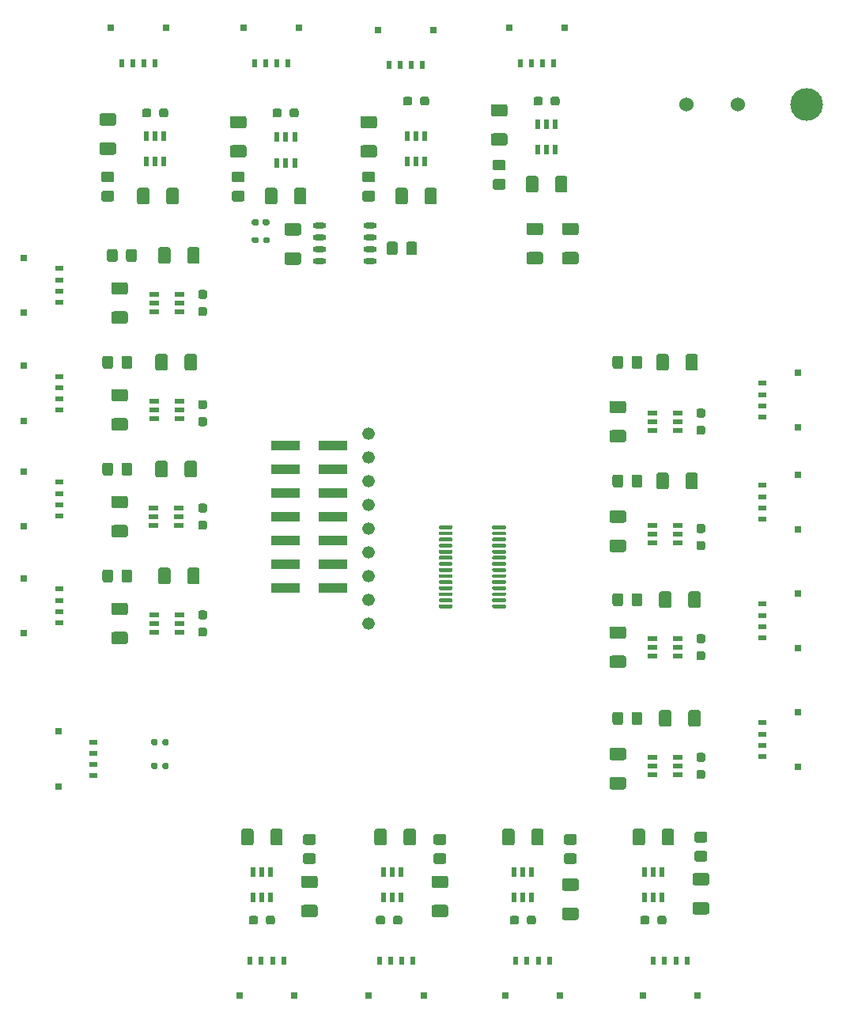
<source format=gbr>
%TF.GenerationSoftware,KiCad,Pcbnew,(5.1.9)-1*%
%TF.CreationDate,2021-04-06T09:51:50+05:30*%
%TF.ProjectId,LightStage,4c696768-7453-4746-9167-652e6b696361,rev?*%
%TF.SameCoordinates,Original*%
%TF.FileFunction,Soldermask,Top*%
%TF.FilePolarity,Negative*%
%FSLAX46Y46*%
G04 Gerber Fmt 4.6, Leading zero omitted, Abs format (unit mm)*
G04 Created by KiCad (PCBNEW (5.1.9)-1) date 2021-04-06 09:51:50*
%MOMM*%
%LPD*%
G01*
G04 APERTURE LIST*
%ADD10R,0.700000X0.800000*%
%ADD11R,0.600000X0.850000*%
%ADD12R,0.800000X0.700000*%
%ADD13R,0.850000X0.600000*%
%ADD14C,3.500000*%
%ADD15C,1.524000*%
%ADD16R,3.150000X1.000000*%
%ADD17C,1.340000*%
%ADD18R,0.558000X0.997699*%
%ADD19R,0.997699X0.558000*%
%ADD20O,1.450000X0.599999*%
G04 APERTURE END LIST*
%TO.C,C5*%
G36*
G01*
X61833998Y-67486500D02*
X63134002Y-67486500D01*
G75*
G02*
X63384000Y-67736498I0J-249998D01*
G01*
X63384000Y-68561502D01*
G75*
G02*
X63134002Y-68811500I-249998J0D01*
G01*
X61833998Y-68811500D01*
G75*
G02*
X61584000Y-68561502I0J249998D01*
G01*
X61584000Y-67736498D01*
G75*
G02*
X61833998Y-67486500I249998J0D01*
G01*
G37*
G36*
G01*
X61833998Y-64361500D02*
X63134002Y-64361500D01*
G75*
G02*
X63384000Y-64611498I0J-249998D01*
G01*
X63384000Y-65436502D01*
G75*
G02*
X63134002Y-65686500I-249998J0D01*
G01*
X61833998Y-65686500D01*
G75*
G02*
X61584000Y-65436502I0J249998D01*
G01*
X61584000Y-64611498D01*
G75*
G02*
X61833998Y-64361500I249998J0D01*
G01*
G37*
%TD*%
D10*
%TO.C,J5*%
X43001999Y-43468999D03*
X48902000Y-43468999D03*
D11*
X44152000Y-47244000D03*
X45352000Y-47244000D03*
X46552000Y-47244000D03*
X47752000Y-47244000D03*
%TD*%
D12*
%TO.C,J9*%
X116551001Y-91261999D03*
X116551001Y-97162000D03*
D13*
X112776000Y-92412000D03*
X112776000Y-93612000D03*
X112776000Y-94812000D03*
X112776000Y-96012000D03*
%TD*%
D12*
%TO.C,J6*%
X116551001Y-80339999D03*
X116551001Y-86240000D03*
D13*
X112776000Y-81490000D03*
X112776000Y-82690000D03*
X112776000Y-83890000D03*
X112776000Y-85090000D03*
%TD*%
D10*
%TO.C,J7*%
X85673999Y-43468999D03*
X91574000Y-43468999D03*
D11*
X86824000Y-47244000D03*
X88024000Y-47244000D03*
X89224000Y-47244000D03*
X90424000Y-47244000D03*
%TD*%
D10*
%TO.C,J8*%
X71628000Y-43688000D03*
X77528001Y-43688000D03*
D11*
X72778001Y-47463001D03*
X73978001Y-47463001D03*
X75178001Y-47463001D03*
X76378001Y-47463001D03*
%TD*%
D10*
%TO.C,J4*%
X57225999Y-43468999D03*
X63126000Y-43468999D03*
D11*
X58376000Y-47244000D03*
X59576000Y-47244000D03*
X60776000Y-47244000D03*
X61976000Y-47244000D03*
%TD*%
D10*
%TO.C,J13*%
X62662001Y-147031001D03*
X56762000Y-147031001D03*
D11*
X61512000Y-143256000D03*
X60312000Y-143256000D03*
X59112000Y-143256000D03*
X57912000Y-143256000D03*
%TD*%
D12*
%TO.C,J20*%
X37372999Y-124638001D03*
X37372999Y-118738000D03*
D13*
X41148000Y-123488000D03*
X41148000Y-122288000D03*
X41148000Y-121088000D03*
X41148000Y-119888000D03*
%TD*%
D12*
%TO.C,J19*%
X33689999Y-73965001D03*
X33689999Y-68065000D03*
D13*
X37465000Y-72815000D03*
X37465000Y-71615000D03*
X37465000Y-70415000D03*
X37465000Y-69215000D03*
%TD*%
D12*
%TO.C,J18*%
X33689999Y-108255001D03*
X33689999Y-102355000D03*
D13*
X37465000Y-107105000D03*
X37465000Y-105905000D03*
X37465000Y-104705000D03*
X37465000Y-103505000D03*
%TD*%
D12*
%TO.C,J17*%
X33689999Y-96825001D03*
X33689999Y-90925000D03*
D13*
X37465000Y-95675000D03*
X37465000Y-94475000D03*
X37465000Y-93275000D03*
X37465000Y-92075000D03*
%TD*%
D12*
%TO.C,J16*%
X33689999Y-85522001D03*
X33689999Y-79622000D03*
D13*
X37465000Y-84372000D03*
X37465000Y-83172000D03*
X37465000Y-81972000D03*
X37465000Y-80772000D03*
%TD*%
D10*
%TO.C,J15*%
X91110001Y-147031001D03*
X85210000Y-147031001D03*
D11*
X89960000Y-143256000D03*
X88760000Y-143256000D03*
X87560000Y-143256000D03*
X86360000Y-143256000D03*
%TD*%
D10*
%TO.C,J14*%
X76505001Y-147031001D03*
X70605000Y-147031001D03*
D11*
X75355000Y-143256000D03*
X74155000Y-143256000D03*
X72955000Y-143256000D03*
X71755000Y-143256000D03*
%TD*%
D12*
%TO.C,J12*%
X116551001Y-103961999D03*
X116551001Y-109862000D03*
D13*
X112776000Y-105112000D03*
X112776000Y-106312000D03*
X112776000Y-107512000D03*
X112776000Y-108712000D03*
%TD*%
D12*
%TO.C,J11*%
X116551001Y-116661999D03*
X116551001Y-122562000D03*
D13*
X112776000Y-117812000D03*
X112776000Y-119012000D03*
X112776000Y-120212000D03*
X112776000Y-121412000D03*
%TD*%
D10*
%TO.C,J10*%
X105842001Y-147031001D03*
X99942000Y-147031001D03*
D11*
X104692000Y-143256000D03*
X103492000Y-143256000D03*
X102292000Y-143256000D03*
X101092000Y-143256000D03*
%TD*%
D14*
%TO.C,J2*%
X117475000Y-51689000D03*
D15*
X110172500Y-51689000D03*
X104648000Y-51689000D03*
%TD*%
%TO.C,D1*%
G36*
G01*
X59245000Y-64422000D02*
X59245000Y-64102000D01*
G75*
G02*
X59405000Y-63942000I160000J0D01*
G01*
X59850000Y-63942000D01*
G75*
G02*
X60010000Y-64102000I0J-160000D01*
G01*
X60010000Y-64422000D01*
G75*
G02*
X59850000Y-64582000I-160000J0D01*
G01*
X59405000Y-64582000D01*
G75*
G02*
X59245000Y-64422000I0J160000D01*
G01*
G37*
G36*
G01*
X58100000Y-64422000D02*
X58100000Y-64102000D01*
G75*
G02*
X58260000Y-63942000I160000J0D01*
G01*
X58705000Y-63942000D01*
G75*
G02*
X58865000Y-64102000I0J-160000D01*
G01*
X58865000Y-64422000D01*
G75*
G02*
X58705000Y-64582000I-160000J0D01*
G01*
X58260000Y-64582000D01*
G75*
G02*
X58100000Y-64422000I0J160000D01*
G01*
G37*
%TD*%
D16*
%TO.C,J1*%
X66787000Y-103378000D03*
X61737000Y-103378000D03*
X66787000Y-100838000D03*
X61737000Y-100838000D03*
X66787000Y-98298000D03*
X61737000Y-98298000D03*
X66787000Y-95758000D03*
X61737000Y-95758000D03*
X66787000Y-93218000D03*
X61737000Y-93218000D03*
X66787000Y-90678000D03*
X61737000Y-90678000D03*
X66787000Y-88138000D03*
X61737000Y-88138000D03*
%TD*%
D17*
%TO.C,RN1*%
X70612000Y-107188000D03*
X70612000Y-104648000D03*
X70612000Y-102108000D03*
X70612000Y-99568000D03*
X70612000Y-97028000D03*
X70612000Y-94488000D03*
X70612000Y-91948000D03*
X70612000Y-89408000D03*
X70612000Y-86868000D03*
%TD*%
%TO.C,R19*%
G36*
G01*
X106409500Y-85173000D02*
X105934500Y-85173000D01*
G75*
G02*
X105697000Y-84935500I0J237500D01*
G01*
X105697000Y-84435500D01*
G75*
G02*
X105934500Y-84198000I237500J0D01*
G01*
X106409500Y-84198000D01*
G75*
G02*
X106647000Y-84435500I0J-237500D01*
G01*
X106647000Y-84935500D01*
G75*
G02*
X106409500Y-85173000I-237500J0D01*
G01*
G37*
G36*
G01*
X106409500Y-86998000D02*
X105934500Y-86998000D01*
G75*
G02*
X105697000Y-86760500I0J237500D01*
G01*
X105697000Y-86260500D01*
G75*
G02*
X105934500Y-86023000I237500J0D01*
G01*
X106409500Y-86023000D01*
G75*
G02*
X106647000Y-86260500I0J-237500D01*
G01*
X106647000Y-86760500D01*
G75*
G02*
X106409500Y-86998000I-237500J0D01*
G01*
G37*
%TD*%
%TO.C,R18*%
G36*
G01*
X106409500Y-97515500D02*
X105934500Y-97515500D01*
G75*
G02*
X105697000Y-97278000I0J237500D01*
G01*
X105697000Y-96778000D01*
G75*
G02*
X105934500Y-96540500I237500J0D01*
G01*
X106409500Y-96540500D01*
G75*
G02*
X106647000Y-96778000I0J-237500D01*
G01*
X106647000Y-97278000D01*
G75*
G02*
X106409500Y-97515500I-237500J0D01*
G01*
G37*
G36*
G01*
X106409500Y-99340500D02*
X105934500Y-99340500D01*
G75*
G02*
X105697000Y-99103000I0J237500D01*
G01*
X105697000Y-98603000D01*
G75*
G02*
X105934500Y-98365500I237500J0D01*
G01*
X106409500Y-98365500D01*
G75*
G02*
X106647000Y-98603000I0J-237500D01*
G01*
X106647000Y-99103000D01*
G75*
G02*
X106409500Y-99340500I-237500J0D01*
G01*
G37*
%TD*%
%TO.C,R17*%
G36*
G01*
X61297000Y-52340500D02*
X61297000Y-52815500D01*
G75*
G02*
X61059500Y-53053000I-237500J0D01*
G01*
X60559500Y-53053000D01*
G75*
G02*
X60322000Y-52815500I0J237500D01*
G01*
X60322000Y-52340500D01*
G75*
G02*
X60559500Y-52103000I237500J0D01*
G01*
X61059500Y-52103000D01*
G75*
G02*
X61297000Y-52340500I0J-237500D01*
G01*
G37*
G36*
G01*
X63122000Y-52340500D02*
X63122000Y-52815500D01*
G75*
G02*
X62884500Y-53053000I-237500J0D01*
G01*
X62384500Y-53053000D01*
G75*
G02*
X62147000Y-52815500I0J237500D01*
G01*
X62147000Y-52340500D01*
G75*
G02*
X62384500Y-52103000I237500J0D01*
G01*
X62884500Y-52103000D01*
G75*
G02*
X63122000Y-52340500I0J-237500D01*
G01*
G37*
%TD*%
%TO.C,R16*%
G36*
G01*
X75267000Y-51070500D02*
X75267000Y-51545500D01*
G75*
G02*
X75029500Y-51783000I-237500J0D01*
G01*
X74529500Y-51783000D01*
G75*
G02*
X74292000Y-51545500I0J237500D01*
G01*
X74292000Y-51070500D01*
G75*
G02*
X74529500Y-50833000I237500J0D01*
G01*
X75029500Y-50833000D01*
G75*
G02*
X75267000Y-51070500I0J-237500D01*
G01*
G37*
G36*
G01*
X77092000Y-51070500D02*
X77092000Y-51545500D01*
G75*
G02*
X76854500Y-51783000I-237500J0D01*
G01*
X76354500Y-51783000D01*
G75*
G02*
X76117000Y-51545500I0J237500D01*
G01*
X76117000Y-51070500D01*
G75*
G02*
X76354500Y-50833000I237500J0D01*
G01*
X76854500Y-50833000D01*
G75*
G02*
X77092000Y-51070500I0J-237500D01*
G01*
G37*
%TD*%
%TO.C,R15*%
G36*
G01*
X89237000Y-51070500D02*
X89237000Y-51545500D01*
G75*
G02*
X88999500Y-51783000I-237500J0D01*
G01*
X88499500Y-51783000D01*
G75*
G02*
X88262000Y-51545500I0J237500D01*
G01*
X88262000Y-51070500D01*
G75*
G02*
X88499500Y-50833000I237500J0D01*
G01*
X88999500Y-50833000D01*
G75*
G02*
X89237000Y-51070500I0J-237500D01*
G01*
G37*
G36*
G01*
X91062000Y-51070500D02*
X91062000Y-51545500D01*
G75*
G02*
X90824500Y-51783000I-237500J0D01*
G01*
X90324500Y-51783000D01*
G75*
G02*
X90087000Y-51545500I0J237500D01*
G01*
X90087000Y-51070500D01*
G75*
G02*
X90324500Y-50833000I237500J0D01*
G01*
X90824500Y-50833000D01*
G75*
G02*
X91062000Y-51070500I0J-237500D01*
G01*
G37*
%TD*%
%TO.C,R14*%
G36*
G01*
X47327000Y-52340500D02*
X47327000Y-52815500D01*
G75*
G02*
X47089500Y-53053000I-237500J0D01*
G01*
X46589500Y-53053000D01*
G75*
G02*
X46352000Y-52815500I0J237500D01*
G01*
X46352000Y-52340500D01*
G75*
G02*
X46589500Y-52103000I237500J0D01*
G01*
X47089500Y-52103000D01*
G75*
G02*
X47327000Y-52340500I0J-237500D01*
G01*
G37*
G36*
G01*
X49152000Y-52340500D02*
X49152000Y-52815500D01*
G75*
G02*
X48914500Y-53053000I-237500J0D01*
G01*
X48414500Y-53053000D01*
G75*
G02*
X48177000Y-52815500I0J237500D01*
G01*
X48177000Y-52340500D01*
G75*
G02*
X48414500Y-52103000I237500J0D01*
G01*
X48914500Y-52103000D01*
G75*
G02*
X49152000Y-52340500I0J-237500D01*
G01*
G37*
%TD*%
%TO.C,R13*%
G36*
G01*
X106409500Y-109303000D02*
X105934500Y-109303000D01*
G75*
G02*
X105697000Y-109065500I0J237500D01*
G01*
X105697000Y-108565500D01*
G75*
G02*
X105934500Y-108328000I237500J0D01*
G01*
X106409500Y-108328000D01*
G75*
G02*
X106647000Y-108565500I0J-237500D01*
G01*
X106647000Y-109065500D01*
G75*
G02*
X106409500Y-109303000I-237500J0D01*
G01*
G37*
G36*
G01*
X106409500Y-111128000D02*
X105934500Y-111128000D01*
G75*
G02*
X105697000Y-110890500I0J237500D01*
G01*
X105697000Y-110390500D01*
G75*
G02*
X105934500Y-110153000I237500J0D01*
G01*
X106409500Y-110153000D01*
G75*
G02*
X106647000Y-110390500I0J-237500D01*
G01*
X106647000Y-110890500D01*
G75*
G02*
X106409500Y-111128000I-237500J0D01*
G01*
G37*
%TD*%
%TO.C,R12*%
G36*
G01*
X106409500Y-122003000D02*
X105934500Y-122003000D01*
G75*
G02*
X105697000Y-121765500I0J237500D01*
G01*
X105697000Y-121265500D01*
G75*
G02*
X105934500Y-121028000I237500J0D01*
G01*
X106409500Y-121028000D01*
G75*
G02*
X106647000Y-121265500I0J-237500D01*
G01*
X106647000Y-121765500D01*
G75*
G02*
X106409500Y-122003000I-237500J0D01*
G01*
G37*
G36*
G01*
X106409500Y-123828000D02*
X105934500Y-123828000D01*
G75*
G02*
X105697000Y-123590500I0J237500D01*
G01*
X105697000Y-123090500D01*
G75*
G02*
X105934500Y-122853000I237500J0D01*
G01*
X106409500Y-122853000D01*
G75*
G02*
X106647000Y-123090500I0J-237500D01*
G01*
X106647000Y-123590500D01*
G75*
G02*
X106409500Y-123828000I-237500J0D01*
G01*
G37*
%TD*%
%TO.C,R11*%
G36*
G01*
X87547000Y-139175500D02*
X87547000Y-138700500D01*
G75*
G02*
X87784500Y-138463000I237500J0D01*
G01*
X88284500Y-138463000D01*
G75*
G02*
X88522000Y-138700500I0J-237500D01*
G01*
X88522000Y-139175500D01*
G75*
G02*
X88284500Y-139413000I-237500J0D01*
G01*
X87784500Y-139413000D01*
G75*
G02*
X87547000Y-139175500I0J237500D01*
G01*
G37*
G36*
G01*
X85722000Y-139175500D02*
X85722000Y-138700500D01*
G75*
G02*
X85959500Y-138463000I237500J0D01*
G01*
X86459500Y-138463000D01*
G75*
G02*
X86697000Y-138700500I0J-237500D01*
G01*
X86697000Y-139175500D01*
G75*
G02*
X86459500Y-139413000I-237500J0D01*
G01*
X85959500Y-139413000D01*
G75*
G02*
X85722000Y-139175500I0J237500D01*
G01*
G37*
%TD*%
%TO.C,R10*%
G36*
G01*
X101517000Y-139175500D02*
X101517000Y-138700500D01*
G75*
G02*
X101754500Y-138463000I237500J0D01*
G01*
X102254500Y-138463000D01*
G75*
G02*
X102492000Y-138700500I0J-237500D01*
G01*
X102492000Y-139175500D01*
G75*
G02*
X102254500Y-139413000I-237500J0D01*
G01*
X101754500Y-139413000D01*
G75*
G02*
X101517000Y-139175500I0J237500D01*
G01*
G37*
G36*
G01*
X99692000Y-139175500D02*
X99692000Y-138700500D01*
G75*
G02*
X99929500Y-138463000I237500J0D01*
G01*
X100429500Y-138463000D01*
G75*
G02*
X100667000Y-138700500I0J-237500D01*
G01*
X100667000Y-139175500D01*
G75*
G02*
X100429500Y-139413000I-237500J0D01*
G01*
X99929500Y-139413000D01*
G75*
G02*
X99692000Y-139175500I0J237500D01*
G01*
G37*
%TD*%
%TO.C,L16*%
G36*
G01*
X98757000Y-79698001D02*
X98757000Y-78797999D01*
G75*
G02*
X99006999Y-78548000I249999J0D01*
G01*
X99657001Y-78548000D01*
G75*
G02*
X99907000Y-78797999I0J-249999D01*
G01*
X99907000Y-79698001D01*
G75*
G02*
X99657001Y-79948000I-249999J0D01*
G01*
X99006999Y-79948000D01*
G75*
G02*
X98757000Y-79698001I0J249999D01*
G01*
G37*
G36*
G01*
X96707000Y-79698001D02*
X96707000Y-78797999D01*
G75*
G02*
X96956999Y-78548000I249999J0D01*
G01*
X97607001Y-78548000D01*
G75*
G02*
X97857000Y-78797999I0J-249999D01*
G01*
X97857000Y-79698001D01*
G75*
G02*
X97607001Y-79948000I-249999J0D01*
G01*
X96956999Y-79948000D01*
G75*
G02*
X96707000Y-79698001I0J249999D01*
G01*
G37*
%TD*%
%TO.C,L15*%
G36*
G01*
X98757000Y-92398001D02*
X98757000Y-91497999D01*
G75*
G02*
X99006999Y-91248000I249999J0D01*
G01*
X99657001Y-91248000D01*
G75*
G02*
X99907000Y-91497999I0J-249999D01*
G01*
X99907000Y-92398001D01*
G75*
G02*
X99657001Y-92648000I-249999J0D01*
G01*
X99006999Y-92648000D01*
G75*
G02*
X98757000Y-92398001I0J249999D01*
G01*
G37*
G36*
G01*
X96707000Y-92398001D02*
X96707000Y-91497999D01*
G75*
G02*
X96956999Y-91248000I249999J0D01*
G01*
X97607001Y-91248000D01*
G75*
G02*
X97857000Y-91497999I0J-249999D01*
G01*
X97857000Y-92398001D01*
G75*
G02*
X97607001Y-92648000I-249999J0D01*
G01*
X96956999Y-92648000D01*
G75*
G02*
X96707000Y-92398001I0J249999D01*
G01*
G37*
%TD*%
%TO.C,L14*%
G36*
G01*
X57092001Y-59993000D02*
X56191999Y-59993000D01*
G75*
G02*
X55942000Y-59743001I0J249999D01*
G01*
X55942000Y-59092999D01*
G75*
G02*
X56191999Y-58843000I249999J0D01*
G01*
X57092001Y-58843000D01*
G75*
G02*
X57342000Y-59092999I0J-249999D01*
G01*
X57342000Y-59743001D01*
G75*
G02*
X57092001Y-59993000I-249999J0D01*
G01*
G37*
G36*
G01*
X57092001Y-62043000D02*
X56191999Y-62043000D01*
G75*
G02*
X55942000Y-61793001I0J249999D01*
G01*
X55942000Y-61142999D01*
G75*
G02*
X56191999Y-60893000I249999J0D01*
G01*
X57092001Y-60893000D01*
G75*
G02*
X57342000Y-61142999I0J-249999D01*
G01*
X57342000Y-61793001D01*
G75*
G02*
X57092001Y-62043000I-249999J0D01*
G01*
G37*
%TD*%
%TO.C,L13*%
G36*
G01*
X71062001Y-59993000D02*
X70161999Y-59993000D01*
G75*
G02*
X69912000Y-59743001I0J249999D01*
G01*
X69912000Y-59092999D01*
G75*
G02*
X70161999Y-58843000I249999J0D01*
G01*
X71062001Y-58843000D01*
G75*
G02*
X71312000Y-59092999I0J-249999D01*
G01*
X71312000Y-59743001D01*
G75*
G02*
X71062001Y-59993000I-249999J0D01*
G01*
G37*
G36*
G01*
X71062001Y-62043000D02*
X70161999Y-62043000D01*
G75*
G02*
X69912000Y-61793001I0J249999D01*
G01*
X69912000Y-61142999D01*
G75*
G02*
X70161999Y-60893000I249999J0D01*
G01*
X71062001Y-60893000D01*
G75*
G02*
X71312000Y-61142999I0J-249999D01*
G01*
X71312000Y-61793001D01*
G75*
G02*
X71062001Y-62043000I-249999J0D01*
G01*
G37*
%TD*%
%TO.C,L12*%
G36*
G01*
X85032001Y-58723000D02*
X84131999Y-58723000D01*
G75*
G02*
X83882000Y-58473001I0J249999D01*
G01*
X83882000Y-57822999D01*
G75*
G02*
X84131999Y-57573000I249999J0D01*
G01*
X85032001Y-57573000D01*
G75*
G02*
X85282000Y-57822999I0J-249999D01*
G01*
X85282000Y-58473001D01*
G75*
G02*
X85032001Y-58723000I-249999J0D01*
G01*
G37*
G36*
G01*
X85032001Y-60773000D02*
X84131999Y-60773000D01*
G75*
G02*
X83882000Y-60523001I0J249999D01*
G01*
X83882000Y-59872999D01*
G75*
G02*
X84131999Y-59623000I249999J0D01*
G01*
X85032001Y-59623000D01*
G75*
G02*
X85282000Y-59872999I0J-249999D01*
G01*
X85282000Y-60523001D01*
G75*
G02*
X85032001Y-60773000I-249999J0D01*
G01*
G37*
%TD*%
%TO.C,L11*%
G36*
G01*
X43122001Y-59993000D02*
X42221999Y-59993000D01*
G75*
G02*
X41972000Y-59743001I0J249999D01*
G01*
X41972000Y-59092999D01*
G75*
G02*
X42221999Y-58843000I249999J0D01*
G01*
X43122001Y-58843000D01*
G75*
G02*
X43372000Y-59092999I0J-249999D01*
G01*
X43372000Y-59743001D01*
G75*
G02*
X43122001Y-59993000I-249999J0D01*
G01*
G37*
G36*
G01*
X43122001Y-62043000D02*
X42221999Y-62043000D01*
G75*
G02*
X41972000Y-61793001I0J249999D01*
G01*
X41972000Y-61142999D01*
G75*
G02*
X42221999Y-60893000I249999J0D01*
G01*
X43122001Y-60893000D01*
G75*
G02*
X43372000Y-61142999I0J-249999D01*
G01*
X43372000Y-61793001D01*
G75*
G02*
X43122001Y-62043000I-249999J0D01*
G01*
G37*
%TD*%
%TO.C,L10*%
G36*
G01*
X98757000Y-105098001D02*
X98757000Y-104197999D01*
G75*
G02*
X99006999Y-103948000I249999J0D01*
G01*
X99657001Y-103948000D01*
G75*
G02*
X99907000Y-104197999I0J-249999D01*
G01*
X99907000Y-105098001D01*
G75*
G02*
X99657001Y-105348000I-249999J0D01*
G01*
X99006999Y-105348000D01*
G75*
G02*
X98757000Y-105098001I0J249999D01*
G01*
G37*
G36*
G01*
X96707000Y-105098001D02*
X96707000Y-104197999D01*
G75*
G02*
X96956999Y-103948000I249999J0D01*
G01*
X97607001Y-103948000D01*
G75*
G02*
X97857000Y-104197999I0J-249999D01*
G01*
X97857000Y-105098001D01*
G75*
G02*
X97607001Y-105348000I-249999J0D01*
G01*
X96956999Y-105348000D01*
G75*
G02*
X96707000Y-105098001I0J249999D01*
G01*
G37*
%TD*%
%TO.C,L9*%
G36*
G01*
X98757000Y-117798001D02*
X98757000Y-116897999D01*
G75*
G02*
X99006999Y-116648000I249999J0D01*
G01*
X99657001Y-116648000D01*
G75*
G02*
X99907000Y-116897999I0J-249999D01*
G01*
X99907000Y-117798001D01*
G75*
G02*
X99657001Y-118048000I-249999J0D01*
G01*
X99006999Y-118048000D01*
G75*
G02*
X98757000Y-117798001I0J249999D01*
G01*
G37*
G36*
G01*
X96707000Y-117798001D02*
X96707000Y-116897999D01*
G75*
G02*
X96956999Y-116648000I249999J0D01*
G01*
X97607001Y-116648000D01*
G75*
G02*
X97857000Y-116897999I0J-249999D01*
G01*
X97857000Y-117798001D01*
G75*
G02*
X97607001Y-118048000I-249999J0D01*
G01*
X96956999Y-118048000D01*
G75*
G02*
X96707000Y-117798001I0J249999D01*
G01*
G37*
%TD*%
%TO.C,L8*%
G36*
G01*
X91751999Y-131768000D02*
X92652001Y-131768000D01*
G75*
G02*
X92902000Y-132017999I0J-249999D01*
G01*
X92902000Y-132668001D01*
G75*
G02*
X92652001Y-132918000I-249999J0D01*
G01*
X91751999Y-132918000D01*
G75*
G02*
X91502000Y-132668001I0J249999D01*
G01*
X91502000Y-132017999D01*
G75*
G02*
X91751999Y-131768000I249999J0D01*
G01*
G37*
G36*
G01*
X91751999Y-129718000D02*
X92652001Y-129718000D01*
G75*
G02*
X92902000Y-129967999I0J-249999D01*
G01*
X92902000Y-130618001D01*
G75*
G02*
X92652001Y-130868000I-249999J0D01*
G01*
X91751999Y-130868000D01*
G75*
G02*
X91502000Y-130618001I0J249999D01*
G01*
X91502000Y-129967999D01*
G75*
G02*
X91751999Y-129718000I249999J0D01*
G01*
G37*
%TD*%
%TO.C,L7*%
G36*
G01*
X105721999Y-131523000D02*
X106622001Y-131523000D01*
G75*
G02*
X106872000Y-131772999I0J-249999D01*
G01*
X106872000Y-132423001D01*
G75*
G02*
X106622001Y-132673000I-249999J0D01*
G01*
X105721999Y-132673000D01*
G75*
G02*
X105472000Y-132423001I0J249999D01*
G01*
X105472000Y-131772999D01*
G75*
G02*
X105721999Y-131523000I249999J0D01*
G01*
G37*
G36*
G01*
X105721999Y-129473000D02*
X106622001Y-129473000D01*
G75*
G02*
X106872000Y-129722999I0J-249999D01*
G01*
X106872000Y-130373001D01*
G75*
G02*
X106622001Y-130623000I-249999J0D01*
G01*
X105721999Y-130623000D01*
G75*
G02*
X105472000Y-130373001I0J249999D01*
G01*
X105472000Y-129722999D01*
G75*
G02*
X105721999Y-129473000I249999J0D01*
G01*
G37*
%TD*%
%TO.C,C39*%
G36*
G01*
X104532000Y-79898003D02*
X104532000Y-78597997D01*
G75*
G02*
X104781997Y-78348000I249997J0D01*
G01*
X105607003Y-78348000D01*
G75*
G02*
X105857000Y-78597997I0J-249997D01*
G01*
X105857000Y-79898003D01*
G75*
G02*
X105607003Y-80148000I-249997J0D01*
G01*
X104781997Y-80148000D01*
G75*
G02*
X104532000Y-79898003I0J249997D01*
G01*
G37*
G36*
G01*
X101407000Y-79898003D02*
X101407000Y-78597997D01*
G75*
G02*
X101656997Y-78348000I249997J0D01*
G01*
X102482003Y-78348000D01*
G75*
G02*
X102732000Y-78597997I0J-249997D01*
G01*
X102732000Y-79898003D01*
G75*
G02*
X102482003Y-80148000I-249997J0D01*
G01*
X101656997Y-80148000D01*
G75*
G02*
X101407000Y-79898003I0J249997D01*
G01*
G37*
%TD*%
%TO.C,C38*%
G36*
G01*
X104532000Y-92598003D02*
X104532000Y-91297997D01*
G75*
G02*
X104781997Y-91048000I249997J0D01*
G01*
X105607003Y-91048000D01*
G75*
G02*
X105857000Y-91297997I0J-249997D01*
G01*
X105857000Y-92598003D01*
G75*
G02*
X105607003Y-92848000I-249997J0D01*
G01*
X104781997Y-92848000D01*
G75*
G02*
X104532000Y-92598003I0J249997D01*
G01*
G37*
G36*
G01*
X101407000Y-92598003D02*
X101407000Y-91297997D01*
G75*
G02*
X101656997Y-91048000I249997J0D01*
G01*
X102482003Y-91048000D01*
G75*
G02*
X102732000Y-91297997I0J-249997D01*
G01*
X102732000Y-92598003D01*
G75*
G02*
X102482003Y-92848000I-249997J0D01*
G01*
X101656997Y-92848000D01*
G75*
G02*
X101407000Y-92598003I0J249997D01*
G01*
G37*
%TD*%
%TO.C,C37*%
G36*
G01*
X57292003Y-54218000D02*
X55991997Y-54218000D01*
G75*
G02*
X55742000Y-53968003I0J249997D01*
G01*
X55742000Y-53142997D01*
G75*
G02*
X55991997Y-52893000I249997J0D01*
G01*
X57292003Y-52893000D01*
G75*
G02*
X57542000Y-53142997I0J-249997D01*
G01*
X57542000Y-53968003D01*
G75*
G02*
X57292003Y-54218000I-249997J0D01*
G01*
G37*
G36*
G01*
X57292003Y-57343000D02*
X55991997Y-57343000D01*
G75*
G02*
X55742000Y-57093003I0J249997D01*
G01*
X55742000Y-56267997D01*
G75*
G02*
X55991997Y-56018000I249997J0D01*
G01*
X57292003Y-56018000D01*
G75*
G02*
X57542000Y-56267997I0J-249997D01*
G01*
X57542000Y-57093003D01*
G75*
G02*
X57292003Y-57343000I-249997J0D01*
G01*
G37*
%TD*%
%TO.C,C36*%
G36*
G01*
X71262003Y-54218000D02*
X69961997Y-54218000D01*
G75*
G02*
X69712000Y-53968003I0J249997D01*
G01*
X69712000Y-53142997D01*
G75*
G02*
X69961997Y-52893000I249997J0D01*
G01*
X71262003Y-52893000D01*
G75*
G02*
X71512000Y-53142997I0J-249997D01*
G01*
X71512000Y-53968003D01*
G75*
G02*
X71262003Y-54218000I-249997J0D01*
G01*
G37*
G36*
G01*
X71262003Y-57343000D02*
X69961997Y-57343000D01*
G75*
G02*
X69712000Y-57093003I0J249997D01*
G01*
X69712000Y-56267997D01*
G75*
G02*
X69961997Y-56018000I249997J0D01*
G01*
X71262003Y-56018000D01*
G75*
G02*
X71512000Y-56267997I0J-249997D01*
G01*
X71512000Y-57093003D01*
G75*
G02*
X71262003Y-57343000I-249997J0D01*
G01*
G37*
%TD*%
%TO.C,C35*%
G36*
G01*
X85232003Y-52948000D02*
X83931997Y-52948000D01*
G75*
G02*
X83682000Y-52698003I0J249997D01*
G01*
X83682000Y-51872997D01*
G75*
G02*
X83931997Y-51623000I249997J0D01*
G01*
X85232003Y-51623000D01*
G75*
G02*
X85482000Y-51872997I0J-249997D01*
G01*
X85482000Y-52698003D01*
G75*
G02*
X85232003Y-52948000I-249997J0D01*
G01*
G37*
G36*
G01*
X85232003Y-56073000D02*
X83931997Y-56073000D01*
G75*
G02*
X83682000Y-55823003I0J249997D01*
G01*
X83682000Y-54997997D01*
G75*
G02*
X83931997Y-54748000I249997J0D01*
G01*
X85232003Y-54748000D01*
G75*
G02*
X85482000Y-54997997I0J-249997D01*
G01*
X85482000Y-55823003D01*
G75*
G02*
X85232003Y-56073000I-249997J0D01*
G01*
G37*
%TD*%
%TO.C,C34*%
G36*
G01*
X97932003Y-84698000D02*
X96631997Y-84698000D01*
G75*
G02*
X96382000Y-84448003I0J249997D01*
G01*
X96382000Y-83622997D01*
G75*
G02*
X96631997Y-83373000I249997J0D01*
G01*
X97932003Y-83373000D01*
G75*
G02*
X98182000Y-83622997I0J-249997D01*
G01*
X98182000Y-84448003D01*
G75*
G02*
X97932003Y-84698000I-249997J0D01*
G01*
G37*
G36*
G01*
X97932003Y-87823000D02*
X96631997Y-87823000D01*
G75*
G02*
X96382000Y-87573003I0J249997D01*
G01*
X96382000Y-86747997D01*
G75*
G02*
X96631997Y-86498000I249997J0D01*
G01*
X97932003Y-86498000D01*
G75*
G02*
X98182000Y-86747997I0J-249997D01*
G01*
X98182000Y-87573003D01*
G75*
G02*
X97932003Y-87823000I-249997J0D01*
G01*
G37*
%TD*%
%TO.C,C33*%
G36*
G01*
X97932003Y-96420500D02*
X96631997Y-96420500D01*
G75*
G02*
X96382000Y-96170503I0J249997D01*
G01*
X96382000Y-95345497D01*
G75*
G02*
X96631997Y-95095500I249997J0D01*
G01*
X97932003Y-95095500D01*
G75*
G02*
X98182000Y-95345497I0J-249997D01*
G01*
X98182000Y-96170503D01*
G75*
G02*
X97932003Y-96420500I-249997J0D01*
G01*
G37*
G36*
G01*
X97932003Y-99545500D02*
X96631997Y-99545500D01*
G75*
G02*
X96382000Y-99295503I0J249997D01*
G01*
X96382000Y-98470497D01*
G75*
G02*
X96631997Y-98220500I249997J0D01*
G01*
X97932003Y-98220500D01*
G75*
G02*
X98182000Y-98470497I0J-249997D01*
G01*
X98182000Y-99295503D01*
G75*
G02*
X97932003Y-99545500I-249997J0D01*
G01*
G37*
%TD*%
%TO.C,C32*%
G36*
G01*
X60822000Y-60817997D02*
X60822000Y-62118003D01*
G75*
G02*
X60572003Y-62368000I-249997J0D01*
G01*
X59746997Y-62368000D01*
G75*
G02*
X59497000Y-62118003I0J249997D01*
G01*
X59497000Y-60817997D01*
G75*
G02*
X59746997Y-60568000I249997J0D01*
G01*
X60572003Y-60568000D01*
G75*
G02*
X60822000Y-60817997I0J-249997D01*
G01*
G37*
G36*
G01*
X63947000Y-60817997D02*
X63947000Y-62118003D01*
G75*
G02*
X63697003Y-62368000I-249997J0D01*
G01*
X62871997Y-62368000D01*
G75*
G02*
X62622000Y-62118003I0J249997D01*
G01*
X62622000Y-60817997D01*
G75*
G02*
X62871997Y-60568000I249997J0D01*
G01*
X63697003Y-60568000D01*
G75*
G02*
X63947000Y-60817997I0J-249997D01*
G01*
G37*
%TD*%
%TO.C,C31*%
G36*
G01*
X74792000Y-60817997D02*
X74792000Y-62118003D01*
G75*
G02*
X74542003Y-62368000I-249997J0D01*
G01*
X73716997Y-62368000D01*
G75*
G02*
X73467000Y-62118003I0J249997D01*
G01*
X73467000Y-60817997D01*
G75*
G02*
X73716997Y-60568000I249997J0D01*
G01*
X74542003Y-60568000D01*
G75*
G02*
X74792000Y-60817997I0J-249997D01*
G01*
G37*
G36*
G01*
X77917000Y-60817997D02*
X77917000Y-62118003D01*
G75*
G02*
X77667003Y-62368000I-249997J0D01*
G01*
X76841997Y-62368000D01*
G75*
G02*
X76592000Y-62118003I0J249997D01*
G01*
X76592000Y-60817997D01*
G75*
G02*
X76841997Y-60568000I249997J0D01*
G01*
X77667003Y-60568000D01*
G75*
G02*
X77917000Y-60817997I0J-249997D01*
G01*
G37*
%TD*%
%TO.C,C30*%
G36*
G01*
X88762000Y-59547997D02*
X88762000Y-60848003D01*
G75*
G02*
X88512003Y-61098000I-249997J0D01*
G01*
X87686997Y-61098000D01*
G75*
G02*
X87437000Y-60848003I0J249997D01*
G01*
X87437000Y-59547997D01*
G75*
G02*
X87686997Y-59298000I249997J0D01*
G01*
X88512003Y-59298000D01*
G75*
G02*
X88762000Y-59547997I0J-249997D01*
G01*
G37*
G36*
G01*
X91887000Y-59547997D02*
X91887000Y-60848003D01*
G75*
G02*
X91637003Y-61098000I-249997J0D01*
G01*
X90811997Y-61098000D01*
G75*
G02*
X90562000Y-60848003I0J249997D01*
G01*
X90562000Y-59547997D01*
G75*
G02*
X90811997Y-59298000I249997J0D01*
G01*
X91637003Y-59298000D01*
G75*
G02*
X91887000Y-59547997I0J-249997D01*
G01*
G37*
%TD*%
%TO.C,C29*%
G36*
G01*
X43322003Y-53925500D02*
X42021997Y-53925500D01*
G75*
G02*
X41772000Y-53675503I0J249997D01*
G01*
X41772000Y-52850497D01*
G75*
G02*
X42021997Y-52600500I249997J0D01*
G01*
X43322003Y-52600500D01*
G75*
G02*
X43572000Y-52850497I0J-249997D01*
G01*
X43572000Y-53675503D01*
G75*
G02*
X43322003Y-53925500I-249997J0D01*
G01*
G37*
G36*
G01*
X43322003Y-57050500D02*
X42021997Y-57050500D01*
G75*
G02*
X41772000Y-56800503I0J249997D01*
G01*
X41772000Y-55975497D01*
G75*
G02*
X42021997Y-55725500I249997J0D01*
G01*
X43322003Y-55725500D01*
G75*
G02*
X43572000Y-55975497I0J-249997D01*
G01*
X43572000Y-56800503D01*
G75*
G02*
X43322003Y-57050500I-249997J0D01*
G01*
G37*
%TD*%
%TO.C,C28*%
G36*
G01*
X104824500Y-105298003D02*
X104824500Y-103997997D01*
G75*
G02*
X105074497Y-103748000I249997J0D01*
G01*
X105899503Y-103748000D01*
G75*
G02*
X106149500Y-103997997I0J-249997D01*
G01*
X106149500Y-105298003D01*
G75*
G02*
X105899503Y-105548000I-249997J0D01*
G01*
X105074497Y-105548000D01*
G75*
G02*
X104824500Y-105298003I0J249997D01*
G01*
G37*
G36*
G01*
X101699500Y-105298003D02*
X101699500Y-103997997D01*
G75*
G02*
X101949497Y-103748000I249997J0D01*
G01*
X102774503Y-103748000D01*
G75*
G02*
X103024500Y-103997997I0J-249997D01*
G01*
X103024500Y-105298003D01*
G75*
G02*
X102774503Y-105548000I-249997J0D01*
G01*
X101949497Y-105548000D01*
G75*
G02*
X101699500Y-105298003I0J249997D01*
G01*
G37*
%TD*%
%TO.C,C27*%
G36*
G01*
X104824500Y-117998003D02*
X104824500Y-116697997D01*
G75*
G02*
X105074497Y-116448000I249997J0D01*
G01*
X105899503Y-116448000D01*
G75*
G02*
X106149500Y-116697997I0J-249997D01*
G01*
X106149500Y-117998003D01*
G75*
G02*
X105899503Y-118248000I-249997J0D01*
G01*
X105074497Y-118248000D01*
G75*
G02*
X104824500Y-117998003I0J249997D01*
G01*
G37*
G36*
G01*
X101699500Y-117998003D02*
X101699500Y-116697997D01*
G75*
G02*
X101949497Y-116448000I249997J0D01*
G01*
X102774503Y-116448000D01*
G75*
G02*
X103024500Y-116697997I0J-249997D01*
G01*
X103024500Y-117998003D01*
G75*
G02*
X102774503Y-118248000I-249997J0D01*
G01*
X101949497Y-118248000D01*
G75*
G02*
X101699500Y-117998003I0J249997D01*
G01*
G37*
%TD*%
%TO.C,C26*%
G36*
G01*
X92852003Y-135790500D02*
X91551997Y-135790500D01*
G75*
G02*
X91302000Y-135540503I0J249997D01*
G01*
X91302000Y-134715497D01*
G75*
G02*
X91551997Y-134465500I249997J0D01*
G01*
X92852003Y-134465500D01*
G75*
G02*
X93102000Y-134715497I0J-249997D01*
G01*
X93102000Y-135540503D01*
G75*
G02*
X92852003Y-135790500I-249997J0D01*
G01*
G37*
G36*
G01*
X92852003Y-138915500D02*
X91551997Y-138915500D01*
G75*
G02*
X91302000Y-138665503I0J249997D01*
G01*
X91302000Y-137840497D01*
G75*
G02*
X91551997Y-137590500I249997J0D01*
G01*
X92852003Y-137590500D01*
G75*
G02*
X93102000Y-137840497I0J-249997D01*
G01*
X93102000Y-138665503D01*
G75*
G02*
X92852003Y-138915500I-249997J0D01*
G01*
G37*
%TD*%
%TO.C,C25*%
G36*
G01*
X105521997Y-137005500D02*
X106822003Y-137005500D01*
G75*
G02*
X107072000Y-137255497I0J-249997D01*
G01*
X107072000Y-138080503D01*
G75*
G02*
X106822003Y-138330500I-249997J0D01*
G01*
X105521997Y-138330500D01*
G75*
G02*
X105272000Y-138080503I0J249997D01*
G01*
X105272000Y-137255497D01*
G75*
G02*
X105521997Y-137005500I249997J0D01*
G01*
G37*
G36*
G01*
X105521997Y-133880500D02*
X106822003Y-133880500D01*
G75*
G02*
X107072000Y-134130497I0J-249997D01*
G01*
X107072000Y-134955503D01*
G75*
G02*
X106822003Y-135205500I-249997J0D01*
G01*
X105521997Y-135205500D01*
G75*
G02*
X105272000Y-134955503I0J249997D01*
G01*
X105272000Y-134130497D01*
G75*
G02*
X105521997Y-133880500I249997J0D01*
G01*
G37*
%TD*%
%TO.C,C23*%
G36*
G01*
X47144500Y-60817997D02*
X47144500Y-62118003D01*
G75*
G02*
X46894503Y-62368000I-249997J0D01*
G01*
X46069497Y-62368000D01*
G75*
G02*
X45819500Y-62118003I0J249997D01*
G01*
X45819500Y-60817997D01*
G75*
G02*
X46069497Y-60568000I249997J0D01*
G01*
X46894503Y-60568000D01*
G75*
G02*
X47144500Y-60817997I0J-249997D01*
G01*
G37*
G36*
G01*
X50269500Y-60817997D02*
X50269500Y-62118003D01*
G75*
G02*
X50019503Y-62368000I-249997J0D01*
G01*
X49194497Y-62368000D01*
G75*
G02*
X48944500Y-62118003I0J249997D01*
G01*
X48944500Y-60817997D01*
G75*
G02*
X49194497Y-60568000I249997J0D01*
G01*
X50019503Y-60568000D01*
G75*
G02*
X50269500Y-60817997I0J-249997D01*
G01*
G37*
%TD*%
%TO.C,C22*%
G36*
G01*
X97932003Y-108828000D02*
X96631997Y-108828000D01*
G75*
G02*
X96382000Y-108578003I0J249997D01*
G01*
X96382000Y-107752997D01*
G75*
G02*
X96631997Y-107503000I249997J0D01*
G01*
X97932003Y-107503000D01*
G75*
G02*
X98182000Y-107752997I0J-249997D01*
G01*
X98182000Y-108578003D01*
G75*
G02*
X97932003Y-108828000I-249997J0D01*
G01*
G37*
G36*
G01*
X97932003Y-111953000D02*
X96631997Y-111953000D01*
G75*
G02*
X96382000Y-111703003I0J249997D01*
G01*
X96382000Y-110877997D01*
G75*
G02*
X96631997Y-110628000I249997J0D01*
G01*
X97932003Y-110628000D01*
G75*
G02*
X98182000Y-110877997I0J-249997D01*
G01*
X98182000Y-111703003D01*
G75*
G02*
X97932003Y-111953000I-249997J0D01*
G01*
G37*
%TD*%
%TO.C,C21*%
G36*
G01*
X97932003Y-121820500D02*
X96631997Y-121820500D01*
G75*
G02*
X96382000Y-121570503I0J249997D01*
G01*
X96382000Y-120745497D01*
G75*
G02*
X96631997Y-120495500I249997J0D01*
G01*
X97932003Y-120495500D01*
G75*
G02*
X98182000Y-120745497I0J-249997D01*
G01*
X98182000Y-121570503D01*
G75*
G02*
X97932003Y-121820500I-249997J0D01*
G01*
G37*
G36*
G01*
X97932003Y-124945500D02*
X96631997Y-124945500D01*
G75*
G02*
X96382000Y-124695503I0J249997D01*
G01*
X96382000Y-123870497D01*
G75*
G02*
X96631997Y-123620500I249997J0D01*
G01*
X97932003Y-123620500D01*
G75*
G02*
X98182000Y-123870497I0J-249997D01*
G01*
X98182000Y-124695503D01*
G75*
G02*
X97932003Y-124945500I-249997J0D01*
G01*
G37*
%TD*%
%TO.C,C20*%
G36*
G01*
X88022000Y-130698003D02*
X88022000Y-129397997D01*
G75*
G02*
X88271997Y-129148000I249997J0D01*
G01*
X89097003Y-129148000D01*
G75*
G02*
X89347000Y-129397997I0J-249997D01*
G01*
X89347000Y-130698003D01*
G75*
G02*
X89097003Y-130948000I-249997J0D01*
G01*
X88271997Y-130948000D01*
G75*
G02*
X88022000Y-130698003I0J249997D01*
G01*
G37*
G36*
G01*
X84897000Y-130698003D02*
X84897000Y-129397997D01*
G75*
G02*
X85146997Y-129148000I249997J0D01*
G01*
X85972003Y-129148000D01*
G75*
G02*
X86222000Y-129397997I0J-249997D01*
G01*
X86222000Y-130698003D01*
G75*
G02*
X85972003Y-130948000I-249997J0D01*
G01*
X85146997Y-130948000D01*
G75*
G02*
X84897000Y-130698003I0J249997D01*
G01*
G37*
%TD*%
%TO.C,C18*%
G36*
G01*
X101992000Y-130698003D02*
X101992000Y-129397997D01*
G75*
G02*
X102241997Y-129148000I249997J0D01*
G01*
X103067003Y-129148000D01*
G75*
G02*
X103317000Y-129397997I0J-249997D01*
G01*
X103317000Y-130698003D01*
G75*
G02*
X103067003Y-130948000I-249997J0D01*
G01*
X102241997Y-130948000D01*
G75*
G02*
X101992000Y-130698003I0J249997D01*
G01*
G37*
G36*
G01*
X98867000Y-130698003D02*
X98867000Y-129397997D01*
G75*
G02*
X99116997Y-129148000I249997J0D01*
G01*
X99942003Y-129148000D01*
G75*
G02*
X100192000Y-129397997I0J-249997D01*
G01*
X100192000Y-130698003D01*
G75*
G02*
X99942003Y-130948000I-249997J0D01*
G01*
X99116997Y-130948000D01*
G75*
G02*
X98867000Y-130698003I0J249997D01*
G01*
G37*
%TD*%
%TO.C,R5*%
G36*
G01*
X73219500Y-139175500D02*
X73219500Y-138700500D01*
G75*
G02*
X73457000Y-138463000I237500J0D01*
G01*
X73957000Y-138463000D01*
G75*
G02*
X74194500Y-138700500I0J-237500D01*
G01*
X74194500Y-139175500D01*
G75*
G02*
X73957000Y-139413000I-237500J0D01*
G01*
X73457000Y-139413000D01*
G75*
G02*
X73219500Y-139175500I0J237500D01*
G01*
G37*
G36*
G01*
X71394500Y-139175500D02*
X71394500Y-138700500D01*
G75*
G02*
X71632000Y-138463000I237500J0D01*
G01*
X72132000Y-138463000D01*
G75*
G02*
X72369500Y-138700500I0J-237500D01*
G01*
X72369500Y-139175500D01*
G75*
G02*
X72132000Y-139413000I-237500J0D01*
G01*
X71632000Y-139413000D01*
G75*
G02*
X71394500Y-139175500I0J237500D01*
G01*
G37*
%TD*%
%TO.C,R4*%
G36*
G01*
X59607000Y-139175500D02*
X59607000Y-138700500D01*
G75*
G02*
X59844500Y-138463000I237500J0D01*
G01*
X60344500Y-138463000D01*
G75*
G02*
X60582000Y-138700500I0J-237500D01*
G01*
X60582000Y-139175500D01*
G75*
G02*
X60344500Y-139413000I-237500J0D01*
G01*
X59844500Y-139413000D01*
G75*
G02*
X59607000Y-139175500I0J237500D01*
G01*
G37*
G36*
G01*
X57782000Y-139175500D02*
X57782000Y-138700500D01*
G75*
G02*
X58019500Y-138463000I237500J0D01*
G01*
X58519500Y-138463000D01*
G75*
G02*
X58757000Y-138700500I0J-237500D01*
G01*
X58757000Y-139175500D01*
G75*
G02*
X58519500Y-139413000I-237500J0D01*
G01*
X58019500Y-139413000D01*
G75*
G02*
X57782000Y-139175500I0J237500D01*
G01*
G37*
%TD*%
%TO.C,L2*%
G36*
G01*
X77781999Y-131768000D02*
X78682001Y-131768000D01*
G75*
G02*
X78932000Y-132017999I0J-249999D01*
G01*
X78932000Y-132668001D01*
G75*
G02*
X78682001Y-132918000I-249999J0D01*
G01*
X77781999Y-132918000D01*
G75*
G02*
X77532000Y-132668001I0J249999D01*
G01*
X77532000Y-132017999D01*
G75*
G02*
X77781999Y-131768000I249999J0D01*
G01*
G37*
G36*
G01*
X77781999Y-129718000D02*
X78682001Y-129718000D01*
G75*
G02*
X78932000Y-129967999I0J-249999D01*
G01*
X78932000Y-130618001D01*
G75*
G02*
X78682001Y-130868000I-249999J0D01*
G01*
X77781999Y-130868000D01*
G75*
G02*
X77532000Y-130618001I0J249999D01*
G01*
X77532000Y-129967999D01*
G75*
G02*
X77781999Y-129718000I249999J0D01*
G01*
G37*
%TD*%
%TO.C,L1*%
G36*
G01*
X63811999Y-131768000D02*
X64712001Y-131768000D01*
G75*
G02*
X64962000Y-132017999I0J-249999D01*
G01*
X64962000Y-132668001D01*
G75*
G02*
X64712001Y-132918000I-249999J0D01*
G01*
X63811999Y-132918000D01*
G75*
G02*
X63562000Y-132668001I0J249999D01*
G01*
X63562000Y-132017999D01*
G75*
G02*
X63811999Y-131768000I249999J0D01*
G01*
G37*
G36*
G01*
X63811999Y-129718000D02*
X64712001Y-129718000D01*
G75*
G02*
X64962000Y-129967999I0J-249999D01*
G01*
X64962000Y-130618001D01*
G75*
G02*
X64712001Y-130868000I-249999J0D01*
G01*
X63811999Y-130868000D01*
G75*
G02*
X63562000Y-130618001I0J249999D01*
G01*
X63562000Y-129967999D01*
G75*
G02*
X63811999Y-129718000I249999J0D01*
G01*
G37*
%TD*%
%TO.C,C9*%
G36*
G01*
X78882003Y-135498000D02*
X77581997Y-135498000D01*
G75*
G02*
X77332000Y-135248003I0J249997D01*
G01*
X77332000Y-134422997D01*
G75*
G02*
X77581997Y-134173000I249997J0D01*
G01*
X78882003Y-134173000D01*
G75*
G02*
X79132000Y-134422997I0J-249997D01*
G01*
X79132000Y-135248003D01*
G75*
G02*
X78882003Y-135498000I-249997J0D01*
G01*
G37*
G36*
G01*
X78882003Y-138623000D02*
X77581997Y-138623000D01*
G75*
G02*
X77332000Y-138373003I0J249997D01*
G01*
X77332000Y-137547997D01*
G75*
G02*
X77581997Y-137298000I249997J0D01*
G01*
X78882003Y-137298000D01*
G75*
G02*
X79132000Y-137547997I0J-249997D01*
G01*
X79132000Y-138373003D01*
G75*
G02*
X78882003Y-138623000I-249997J0D01*
G01*
G37*
%TD*%
%TO.C,C8*%
G36*
G01*
X64912003Y-135498000D02*
X63611997Y-135498000D01*
G75*
G02*
X63362000Y-135248003I0J249997D01*
G01*
X63362000Y-134422997D01*
G75*
G02*
X63611997Y-134173000I249997J0D01*
G01*
X64912003Y-134173000D01*
G75*
G02*
X65162000Y-134422997I0J-249997D01*
G01*
X65162000Y-135248003D01*
G75*
G02*
X64912003Y-135498000I-249997J0D01*
G01*
G37*
G36*
G01*
X64912003Y-138623000D02*
X63611997Y-138623000D01*
G75*
G02*
X63362000Y-138373003I0J249997D01*
G01*
X63362000Y-137547997D01*
G75*
G02*
X63611997Y-137298000I249997J0D01*
G01*
X64912003Y-137298000D01*
G75*
G02*
X65162000Y-137547997I0J-249997D01*
G01*
X65162000Y-138373003D01*
G75*
G02*
X64912003Y-138623000I-249997J0D01*
G01*
G37*
%TD*%
%TO.C,C7*%
G36*
G01*
X74344500Y-130698003D02*
X74344500Y-129397997D01*
G75*
G02*
X74594497Y-129148000I249997J0D01*
G01*
X75419503Y-129148000D01*
G75*
G02*
X75669500Y-129397997I0J-249997D01*
G01*
X75669500Y-130698003D01*
G75*
G02*
X75419503Y-130948000I-249997J0D01*
G01*
X74594497Y-130948000D01*
G75*
G02*
X74344500Y-130698003I0J249997D01*
G01*
G37*
G36*
G01*
X71219500Y-130698003D02*
X71219500Y-129397997D01*
G75*
G02*
X71469497Y-129148000I249997J0D01*
G01*
X72294503Y-129148000D01*
G75*
G02*
X72544500Y-129397997I0J-249997D01*
G01*
X72544500Y-130698003D01*
G75*
G02*
X72294503Y-130948000I-249997J0D01*
G01*
X71469497Y-130948000D01*
G75*
G02*
X71219500Y-130698003I0J249997D01*
G01*
G37*
%TD*%
%TO.C,C6*%
G36*
G01*
X60082000Y-130698003D02*
X60082000Y-129397997D01*
G75*
G02*
X60331997Y-129148000I249997J0D01*
G01*
X61157003Y-129148000D01*
G75*
G02*
X61407000Y-129397997I0J-249997D01*
G01*
X61407000Y-130698003D01*
G75*
G02*
X61157003Y-130948000I-249997J0D01*
G01*
X60331997Y-130948000D01*
G75*
G02*
X60082000Y-130698003I0J249997D01*
G01*
G37*
G36*
G01*
X56957000Y-130698003D02*
X56957000Y-129397997D01*
G75*
G02*
X57206997Y-129148000I249997J0D01*
G01*
X58032003Y-129148000D01*
G75*
G02*
X58282000Y-129397997I0J-249997D01*
G01*
X58282000Y-130698003D01*
G75*
G02*
X58032003Y-130948000I-249997J0D01*
G01*
X57206997Y-130948000D01*
G75*
G02*
X56957000Y-130698003I0J249997D01*
G01*
G37*
%TD*%
%TO.C,C16*%
G36*
G01*
X51192000Y-102758003D02*
X51192000Y-101457997D01*
G75*
G02*
X51441997Y-101208000I249997J0D01*
G01*
X52267003Y-101208000D01*
G75*
G02*
X52517000Y-101457997I0J-249997D01*
G01*
X52517000Y-102758003D01*
G75*
G02*
X52267003Y-103008000I-249997J0D01*
G01*
X51441997Y-103008000D01*
G75*
G02*
X51192000Y-102758003I0J249997D01*
G01*
G37*
G36*
G01*
X48067000Y-102758003D02*
X48067000Y-101457997D01*
G75*
G02*
X48316997Y-101208000I249997J0D01*
G01*
X49142003Y-101208000D01*
G75*
G02*
X49392000Y-101457997I0J-249997D01*
G01*
X49392000Y-102758003D01*
G75*
G02*
X49142003Y-103008000I-249997J0D01*
G01*
X48316997Y-103008000D01*
G75*
G02*
X48067000Y-102758003I0J249997D01*
G01*
G37*
%TD*%
%TO.C,C15*%
G36*
G01*
X50899500Y-79898003D02*
X50899500Y-78597997D01*
G75*
G02*
X51149497Y-78348000I249997J0D01*
G01*
X51974503Y-78348000D01*
G75*
G02*
X52224500Y-78597997I0J-249997D01*
G01*
X52224500Y-79898003D01*
G75*
G02*
X51974503Y-80148000I-249997J0D01*
G01*
X51149497Y-80148000D01*
G75*
G02*
X50899500Y-79898003I0J249997D01*
G01*
G37*
G36*
G01*
X47774500Y-79898003D02*
X47774500Y-78597997D01*
G75*
G02*
X48024497Y-78348000I249997J0D01*
G01*
X48849503Y-78348000D01*
G75*
G02*
X49099500Y-78597997I0J-249997D01*
G01*
X49099500Y-79898003D01*
G75*
G02*
X48849503Y-80148000I-249997J0D01*
G01*
X48024497Y-80148000D01*
G75*
G02*
X47774500Y-79898003I0J249997D01*
G01*
G37*
%TD*%
%TO.C,C14*%
G36*
G01*
X50899500Y-91328003D02*
X50899500Y-90027997D01*
G75*
G02*
X51149497Y-89778000I249997J0D01*
G01*
X51974503Y-89778000D01*
G75*
G02*
X52224500Y-90027997I0J-249997D01*
G01*
X52224500Y-91328003D01*
G75*
G02*
X51974503Y-91578000I-249997J0D01*
G01*
X51149497Y-91578000D01*
G75*
G02*
X50899500Y-91328003I0J249997D01*
G01*
G37*
G36*
G01*
X47774500Y-91328003D02*
X47774500Y-90027997D01*
G75*
G02*
X48024497Y-89778000I249997J0D01*
G01*
X48849503Y-89778000D01*
G75*
G02*
X49099500Y-90027997I0J-249997D01*
G01*
X49099500Y-91328003D01*
G75*
G02*
X48849503Y-91578000I-249997J0D01*
G01*
X48024497Y-91578000D01*
G75*
G02*
X47774500Y-91328003I0J249997D01*
G01*
G37*
%TD*%
%TO.C,C3*%
G36*
G01*
X89042003Y-65648000D02*
X87741997Y-65648000D01*
G75*
G02*
X87492000Y-65398003I0J249997D01*
G01*
X87492000Y-64572997D01*
G75*
G02*
X87741997Y-64323000I249997J0D01*
G01*
X89042003Y-64323000D01*
G75*
G02*
X89292000Y-64572997I0J-249997D01*
G01*
X89292000Y-65398003D01*
G75*
G02*
X89042003Y-65648000I-249997J0D01*
G01*
G37*
G36*
G01*
X89042003Y-68773000D02*
X87741997Y-68773000D01*
G75*
G02*
X87492000Y-68523003I0J249997D01*
G01*
X87492000Y-67697997D01*
G75*
G02*
X87741997Y-67448000I249997J0D01*
G01*
X89042003Y-67448000D01*
G75*
G02*
X89292000Y-67697997I0J-249997D01*
G01*
X89292000Y-68523003D01*
G75*
G02*
X89042003Y-68773000I-249997J0D01*
G01*
G37*
%TD*%
%TO.C,C12*%
G36*
G01*
X44592003Y-106288000D02*
X43291997Y-106288000D01*
G75*
G02*
X43042000Y-106038003I0J249997D01*
G01*
X43042000Y-105212997D01*
G75*
G02*
X43291997Y-104963000I249997J0D01*
G01*
X44592003Y-104963000D01*
G75*
G02*
X44842000Y-105212997I0J-249997D01*
G01*
X44842000Y-106038003D01*
G75*
G02*
X44592003Y-106288000I-249997J0D01*
G01*
G37*
G36*
G01*
X44592003Y-109413000D02*
X43291997Y-109413000D01*
G75*
G02*
X43042000Y-109163003I0J249997D01*
G01*
X43042000Y-108337997D01*
G75*
G02*
X43291997Y-108088000I249997J0D01*
G01*
X44592003Y-108088000D01*
G75*
G02*
X44842000Y-108337997I0J-249997D01*
G01*
X44842000Y-109163003D01*
G75*
G02*
X44592003Y-109413000I-249997J0D01*
G01*
G37*
%TD*%
%TO.C,C11*%
G36*
G01*
X44592003Y-83428000D02*
X43291997Y-83428000D01*
G75*
G02*
X43042000Y-83178003I0J249997D01*
G01*
X43042000Y-82352997D01*
G75*
G02*
X43291997Y-82103000I249997J0D01*
G01*
X44592003Y-82103000D01*
G75*
G02*
X44842000Y-82352997I0J-249997D01*
G01*
X44842000Y-83178003D01*
G75*
G02*
X44592003Y-83428000I-249997J0D01*
G01*
G37*
G36*
G01*
X44592003Y-86553000D02*
X43291997Y-86553000D01*
G75*
G02*
X43042000Y-86303003I0J249997D01*
G01*
X43042000Y-85477997D01*
G75*
G02*
X43291997Y-85228000I249997J0D01*
G01*
X44592003Y-85228000D01*
G75*
G02*
X44842000Y-85477997I0J-249997D01*
G01*
X44842000Y-86303003D01*
G75*
G02*
X44592003Y-86553000I-249997J0D01*
G01*
G37*
%TD*%
%TO.C,C10*%
G36*
G01*
X44592003Y-94858000D02*
X43291997Y-94858000D01*
G75*
G02*
X43042000Y-94608003I0J249997D01*
G01*
X43042000Y-93782997D01*
G75*
G02*
X43291997Y-93533000I249997J0D01*
G01*
X44592003Y-93533000D01*
G75*
G02*
X44842000Y-93782997I0J-249997D01*
G01*
X44842000Y-94608003D01*
G75*
G02*
X44592003Y-94858000I-249997J0D01*
G01*
G37*
G36*
G01*
X44592003Y-97983000D02*
X43291997Y-97983000D01*
G75*
G02*
X43042000Y-97733003I0J249997D01*
G01*
X43042000Y-96907997D01*
G75*
G02*
X43291997Y-96658000I249997J0D01*
G01*
X44592003Y-96658000D01*
G75*
G02*
X44842000Y-96907997I0J-249997D01*
G01*
X44842000Y-97733003D01*
G75*
G02*
X44592003Y-97983000I-249997J0D01*
G01*
G37*
%TD*%
%TO.C,C2*%
G36*
G01*
X92852003Y-65648000D02*
X91551997Y-65648000D01*
G75*
G02*
X91302000Y-65398003I0J249997D01*
G01*
X91302000Y-64572997D01*
G75*
G02*
X91551997Y-64323000I249997J0D01*
G01*
X92852003Y-64323000D01*
G75*
G02*
X93102000Y-64572997I0J-249997D01*
G01*
X93102000Y-65398003D01*
G75*
G02*
X92852003Y-65648000I-249997J0D01*
G01*
G37*
G36*
G01*
X92852003Y-68773000D02*
X91551997Y-68773000D01*
G75*
G02*
X91302000Y-68523003I0J249997D01*
G01*
X91302000Y-67697997D01*
G75*
G02*
X91551997Y-67448000I249997J0D01*
G01*
X92852003Y-67448000D01*
G75*
G02*
X93102000Y-67697997I0J-249997D01*
G01*
X93102000Y-68523003D01*
G75*
G02*
X92852003Y-68773000I-249997J0D01*
G01*
G37*
%TD*%
%TO.C,C17*%
G36*
G01*
X51192000Y-68468003D02*
X51192000Y-67167997D01*
G75*
G02*
X51441997Y-66918000I249997J0D01*
G01*
X52267003Y-66918000D01*
G75*
G02*
X52517000Y-67167997I0J-249997D01*
G01*
X52517000Y-68468003D01*
G75*
G02*
X52267003Y-68718000I-249997J0D01*
G01*
X51441997Y-68718000D01*
G75*
G02*
X51192000Y-68468003I0J249997D01*
G01*
G37*
G36*
G01*
X48067000Y-68468003D02*
X48067000Y-67167997D01*
G75*
G02*
X48316997Y-66918000I249997J0D01*
G01*
X49142003Y-66918000D01*
G75*
G02*
X49392000Y-67167997I0J-249997D01*
G01*
X49392000Y-68468003D01*
G75*
G02*
X49142003Y-68718000I-249997J0D01*
G01*
X48316997Y-68718000D01*
G75*
G02*
X48067000Y-68468003I0J249997D01*
G01*
G37*
%TD*%
%TO.C,C13*%
G36*
G01*
X44592003Y-71998000D02*
X43291997Y-71998000D01*
G75*
G02*
X43042000Y-71748003I0J249997D01*
G01*
X43042000Y-70922997D01*
G75*
G02*
X43291997Y-70673000I249997J0D01*
G01*
X44592003Y-70673000D01*
G75*
G02*
X44842000Y-70922997I0J-249997D01*
G01*
X44842000Y-71748003D01*
G75*
G02*
X44592003Y-71998000I-249997J0D01*
G01*
G37*
G36*
G01*
X44592003Y-75123000D02*
X43291997Y-75123000D01*
G75*
G02*
X43042000Y-74873003I0J249997D01*
G01*
X43042000Y-74047997D01*
G75*
G02*
X43291997Y-73798000I249997J0D01*
G01*
X44592003Y-73798000D01*
G75*
G02*
X44842000Y-74047997I0J-249997D01*
G01*
X44842000Y-74873003D01*
G75*
G02*
X44592003Y-75123000I-249997J0D01*
G01*
G37*
%TD*%
%TO.C,C1*%
G36*
G01*
X73718000Y-66581000D02*
X73718000Y-67531000D01*
G75*
G02*
X73468000Y-67781000I-250000J0D01*
G01*
X72793000Y-67781000D01*
G75*
G02*
X72543000Y-67531000I0J250000D01*
G01*
X72543000Y-66581000D01*
G75*
G02*
X72793000Y-66331000I250000J0D01*
G01*
X73468000Y-66331000D01*
G75*
G02*
X73718000Y-66581000I0J-250000D01*
G01*
G37*
G36*
G01*
X75793000Y-66581000D02*
X75793000Y-67531000D01*
G75*
G02*
X75543000Y-67781000I-250000J0D01*
G01*
X74868000Y-67781000D01*
G75*
G02*
X74618000Y-67531000I0J250000D01*
G01*
X74618000Y-66581000D01*
G75*
G02*
X74868000Y-66331000I250000J0D01*
G01*
X75543000Y-66331000D01*
G75*
G02*
X75793000Y-66581000I0J-250000D01*
G01*
G37*
%TD*%
%TO.C,R9*%
G36*
G01*
X53069500Y-72473000D02*
X52594500Y-72473000D01*
G75*
G02*
X52357000Y-72235500I0J237500D01*
G01*
X52357000Y-71735500D01*
G75*
G02*
X52594500Y-71498000I237500J0D01*
G01*
X53069500Y-71498000D01*
G75*
G02*
X53307000Y-71735500I0J-237500D01*
G01*
X53307000Y-72235500D01*
G75*
G02*
X53069500Y-72473000I-237500J0D01*
G01*
G37*
G36*
G01*
X53069500Y-74298000D02*
X52594500Y-74298000D01*
G75*
G02*
X52357000Y-74060500I0J237500D01*
G01*
X52357000Y-73560500D01*
G75*
G02*
X52594500Y-73323000I237500J0D01*
G01*
X53069500Y-73323000D01*
G75*
G02*
X53307000Y-73560500I0J-237500D01*
G01*
X53307000Y-74060500D01*
G75*
G02*
X53069500Y-74298000I-237500J0D01*
G01*
G37*
%TD*%
%TO.C,R8*%
G36*
G01*
X53069500Y-106763000D02*
X52594500Y-106763000D01*
G75*
G02*
X52357000Y-106525500I0J237500D01*
G01*
X52357000Y-106025500D01*
G75*
G02*
X52594500Y-105788000I237500J0D01*
G01*
X53069500Y-105788000D01*
G75*
G02*
X53307000Y-106025500I0J-237500D01*
G01*
X53307000Y-106525500D01*
G75*
G02*
X53069500Y-106763000I-237500J0D01*
G01*
G37*
G36*
G01*
X53069500Y-108588000D02*
X52594500Y-108588000D01*
G75*
G02*
X52357000Y-108350500I0J237500D01*
G01*
X52357000Y-107850500D01*
G75*
G02*
X52594500Y-107613000I237500J0D01*
G01*
X53069500Y-107613000D01*
G75*
G02*
X53307000Y-107850500I0J-237500D01*
G01*
X53307000Y-108350500D01*
G75*
G02*
X53069500Y-108588000I-237500J0D01*
G01*
G37*
%TD*%
%TO.C,R7*%
G36*
G01*
X53069500Y-84260500D02*
X52594500Y-84260500D01*
G75*
G02*
X52357000Y-84023000I0J237500D01*
G01*
X52357000Y-83523000D01*
G75*
G02*
X52594500Y-83285500I237500J0D01*
G01*
X53069500Y-83285500D01*
G75*
G02*
X53307000Y-83523000I0J-237500D01*
G01*
X53307000Y-84023000D01*
G75*
G02*
X53069500Y-84260500I-237500J0D01*
G01*
G37*
G36*
G01*
X53069500Y-86085500D02*
X52594500Y-86085500D01*
G75*
G02*
X52357000Y-85848000I0J237500D01*
G01*
X52357000Y-85348000D01*
G75*
G02*
X52594500Y-85110500I237500J0D01*
G01*
X53069500Y-85110500D01*
G75*
G02*
X53307000Y-85348000I0J-237500D01*
G01*
X53307000Y-85848000D01*
G75*
G02*
X53069500Y-86085500I-237500J0D01*
G01*
G37*
%TD*%
%TO.C,R6*%
G36*
G01*
X53069500Y-95333000D02*
X52594500Y-95333000D01*
G75*
G02*
X52357000Y-95095500I0J237500D01*
G01*
X52357000Y-94595500D01*
G75*
G02*
X52594500Y-94358000I237500J0D01*
G01*
X53069500Y-94358000D01*
G75*
G02*
X53307000Y-94595500I0J-237500D01*
G01*
X53307000Y-95095500D01*
G75*
G02*
X53069500Y-95333000I-237500J0D01*
G01*
G37*
G36*
G01*
X53069500Y-97158000D02*
X52594500Y-97158000D01*
G75*
G02*
X52357000Y-96920500I0J237500D01*
G01*
X52357000Y-96420500D01*
G75*
G02*
X52594500Y-96183000I237500J0D01*
G01*
X53069500Y-96183000D01*
G75*
G02*
X53307000Y-96420500I0J-237500D01*
G01*
X53307000Y-96920500D01*
G75*
G02*
X53069500Y-97158000I-237500J0D01*
G01*
G37*
%TD*%
%TO.C,L5*%
G36*
G01*
X44147000Y-102558001D02*
X44147000Y-101657999D01*
G75*
G02*
X44396999Y-101408000I249999J0D01*
G01*
X45047001Y-101408000D01*
G75*
G02*
X45297000Y-101657999I0J-249999D01*
G01*
X45297000Y-102558001D01*
G75*
G02*
X45047001Y-102808000I-249999J0D01*
G01*
X44396999Y-102808000D01*
G75*
G02*
X44147000Y-102558001I0J249999D01*
G01*
G37*
G36*
G01*
X42097000Y-102558001D02*
X42097000Y-101657999D01*
G75*
G02*
X42346999Y-101408000I249999J0D01*
G01*
X42997001Y-101408000D01*
G75*
G02*
X43247000Y-101657999I0J-249999D01*
G01*
X43247000Y-102558001D01*
G75*
G02*
X42997001Y-102808000I-249999J0D01*
G01*
X42346999Y-102808000D01*
G75*
G02*
X42097000Y-102558001I0J249999D01*
G01*
G37*
%TD*%
%TO.C,L4*%
G36*
G01*
X44147000Y-79698001D02*
X44147000Y-78797999D01*
G75*
G02*
X44396999Y-78548000I249999J0D01*
G01*
X45047001Y-78548000D01*
G75*
G02*
X45297000Y-78797999I0J-249999D01*
G01*
X45297000Y-79698001D01*
G75*
G02*
X45047001Y-79948000I-249999J0D01*
G01*
X44396999Y-79948000D01*
G75*
G02*
X44147000Y-79698001I0J249999D01*
G01*
G37*
G36*
G01*
X42097000Y-79698001D02*
X42097000Y-78797999D01*
G75*
G02*
X42346999Y-78548000I249999J0D01*
G01*
X42997001Y-78548000D01*
G75*
G02*
X43247000Y-78797999I0J-249999D01*
G01*
X43247000Y-79698001D01*
G75*
G02*
X42997001Y-79948000I-249999J0D01*
G01*
X42346999Y-79948000D01*
G75*
G02*
X42097000Y-79698001I0J249999D01*
G01*
G37*
%TD*%
%TO.C,L3*%
G36*
G01*
X44147000Y-91128001D02*
X44147000Y-90227999D01*
G75*
G02*
X44396999Y-89978000I249999J0D01*
G01*
X45047001Y-89978000D01*
G75*
G02*
X45297000Y-90227999I0J-249999D01*
G01*
X45297000Y-91128001D01*
G75*
G02*
X45047001Y-91378000I-249999J0D01*
G01*
X44396999Y-91378000D01*
G75*
G02*
X44147000Y-91128001I0J249999D01*
G01*
G37*
G36*
G01*
X42097000Y-91128001D02*
X42097000Y-90227999D01*
G75*
G02*
X42346999Y-89978000I249999J0D01*
G01*
X42997001Y-89978000D01*
G75*
G02*
X43247000Y-90227999I0J-249999D01*
G01*
X43247000Y-91128001D01*
G75*
G02*
X42997001Y-91378000I-249999J0D01*
G01*
X42346999Y-91378000D01*
G75*
G02*
X42097000Y-91128001I0J249999D01*
G01*
G37*
%TD*%
%TO.C,U4*%
G36*
G01*
X83844500Y-97008000D02*
X83844500Y-96808000D01*
G75*
G02*
X83944500Y-96708000I100000J0D01*
G01*
X85219500Y-96708000D01*
G75*
G02*
X85319500Y-96808000I0J-100000D01*
G01*
X85319500Y-97008000D01*
G75*
G02*
X85219500Y-97108000I-100000J0D01*
G01*
X83944500Y-97108000D01*
G75*
G02*
X83844500Y-97008000I0J100000D01*
G01*
G37*
G36*
G01*
X83844500Y-97658000D02*
X83844500Y-97458000D01*
G75*
G02*
X83944500Y-97358000I100000J0D01*
G01*
X85219500Y-97358000D01*
G75*
G02*
X85319500Y-97458000I0J-100000D01*
G01*
X85319500Y-97658000D01*
G75*
G02*
X85219500Y-97758000I-100000J0D01*
G01*
X83944500Y-97758000D01*
G75*
G02*
X83844500Y-97658000I0J100000D01*
G01*
G37*
G36*
G01*
X83844500Y-98308000D02*
X83844500Y-98108000D01*
G75*
G02*
X83944500Y-98008000I100000J0D01*
G01*
X85219500Y-98008000D01*
G75*
G02*
X85319500Y-98108000I0J-100000D01*
G01*
X85319500Y-98308000D01*
G75*
G02*
X85219500Y-98408000I-100000J0D01*
G01*
X83944500Y-98408000D01*
G75*
G02*
X83844500Y-98308000I0J100000D01*
G01*
G37*
G36*
G01*
X83844500Y-98958000D02*
X83844500Y-98758000D01*
G75*
G02*
X83944500Y-98658000I100000J0D01*
G01*
X85219500Y-98658000D01*
G75*
G02*
X85319500Y-98758000I0J-100000D01*
G01*
X85319500Y-98958000D01*
G75*
G02*
X85219500Y-99058000I-100000J0D01*
G01*
X83944500Y-99058000D01*
G75*
G02*
X83844500Y-98958000I0J100000D01*
G01*
G37*
G36*
G01*
X83844500Y-99608000D02*
X83844500Y-99408000D01*
G75*
G02*
X83944500Y-99308000I100000J0D01*
G01*
X85219500Y-99308000D01*
G75*
G02*
X85319500Y-99408000I0J-100000D01*
G01*
X85319500Y-99608000D01*
G75*
G02*
X85219500Y-99708000I-100000J0D01*
G01*
X83944500Y-99708000D01*
G75*
G02*
X83844500Y-99608000I0J100000D01*
G01*
G37*
G36*
G01*
X83844500Y-100258000D02*
X83844500Y-100058000D01*
G75*
G02*
X83944500Y-99958000I100000J0D01*
G01*
X85219500Y-99958000D01*
G75*
G02*
X85319500Y-100058000I0J-100000D01*
G01*
X85319500Y-100258000D01*
G75*
G02*
X85219500Y-100358000I-100000J0D01*
G01*
X83944500Y-100358000D01*
G75*
G02*
X83844500Y-100258000I0J100000D01*
G01*
G37*
G36*
G01*
X83844500Y-100908000D02*
X83844500Y-100708000D01*
G75*
G02*
X83944500Y-100608000I100000J0D01*
G01*
X85219500Y-100608000D01*
G75*
G02*
X85319500Y-100708000I0J-100000D01*
G01*
X85319500Y-100908000D01*
G75*
G02*
X85219500Y-101008000I-100000J0D01*
G01*
X83944500Y-101008000D01*
G75*
G02*
X83844500Y-100908000I0J100000D01*
G01*
G37*
G36*
G01*
X83844500Y-101558000D02*
X83844500Y-101358000D01*
G75*
G02*
X83944500Y-101258000I100000J0D01*
G01*
X85219500Y-101258000D01*
G75*
G02*
X85319500Y-101358000I0J-100000D01*
G01*
X85319500Y-101558000D01*
G75*
G02*
X85219500Y-101658000I-100000J0D01*
G01*
X83944500Y-101658000D01*
G75*
G02*
X83844500Y-101558000I0J100000D01*
G01*
G37*
G36*
G01*
X83844500Y-102208000D02*
X83844500Y-102008000D01*
G75*
G02*
X83944500Y-101908000I100000J0D01*
G01*
X85219500Y-101908000D01*
G75*
G02*
X85319500Y-102008000I0J-100000D01*
G01*
X85319500Y-102208000D01*
G75*
G02*
X85219500Y-102308000I-100000J0D01*
G01*
X83944500Y-102308000D01*
G75*
G02*
X83844500Y-102208000I0J100000D01*
G01*
G37*
G36*
G01*
X83844500Y-102858000D02*
X83844500Y-102658000D01*
G75*
G02*
X83944500Y-102558000I100000J0D01*
G01*
X85219500Y-102558000D01*
G75*
G02*
X85319500Y-102658000I0J-100000D01*
G01*
X85319500Y-102858000D01*
G75*
G02*
X85219500Y-102958000I-100000J0D01*
G01*
X83944500Y-102958000D01*
G75*
G02*
X83844500Y-102858000I0J100000D01*
G01*
G37*
G36*
G01*
X83844500Y-103508000D02*
X83844500Y-103308000D01*
G75*
G02*
X83944500Y-103208000I100000J0D01*
G01*
X85219500Y-103208000D01*
G75*
G02*
X85319500Y-103308000I0J-100000D01*
G01*
X85319500Y-103508000D01*
G75*
G02*
X85219500Y-103608000I-100000J0D01*
G01*
X83944500Y-103608000D01*
G75*
G02*
X83844500Y-103508000I0J100000D01*
G01*
G37*
G36*
G01*
X83844500Y-104158000D02*
X83844500Y-103958000D01*
G75*
G02*
X83944500Y-103858000I100000J0D01*
G01*
X85219500Y-103858000D01*
G75*
G02*
X85319500Y-103958000I0J-100000D01*
G01*
X85319500Y-104158000D01*
G75*
G02*
X85219500Y-104258000I-100000J0D01*
G01*
X83944500Y-104258000D01*
G75*
G02*
X83844500Y-104158000I0J100000D01*
G01*
G37*
G36*
G01*
X83844500Y-104808000D02*
X83844500Y-104608000D01*
G75*
G02*
X83944500Y-104508000I100000J0D01*
G01*
X85219500Y-104508000D01*
G75*
G02*
X85319500Y-104608000I0J-100000D01*
G01*
X85319500Y-104808000D01*
G75*
G02*
X85219500Y-104908000I-100000J0D01*
G01*
X83944500Y-104908000D01*
G75*
G02*
X83844500Y-104808000I0J100000D01*
G01*
G37*
G36*
G01*
X83844500Y-105458000D02*
X83844500Y-105258000D01*
G75*
G02*
X83944500Y-105158000I100000J0D01*
G01*
X85219500Y-105158000D01*
G75*
G02*
X85319500Y-105258000I0J-100000D01*
G01*
X85319500Y-105458000D01*
G75*
G02*
X85219500Y-105558000I-100000J0D01*
G01*
X83944500Y-105558000D01*
G75*
G02*
X83844500Y-105458000I0J100000D01*
G01*
G37*
G36*
G01*
X78119500Y-105458000D02*
X78119500Y-105258000D01*
G75*
G02*
X78219500Y-105158000I100000J0D01*
G01*
X79494500Y-105158000D01*
G75*
G02*
X79594500Y-105258000I0J-100000D01*
G01*
X79594500Y-105458000D01*
G75*
G02*
X79494500Y-105558000I-100000J0D01*
G01*
X78219500Y-105558000D01*
G75*
G02*
X78119500Y-105458000I0J100000D01*
G01*
G37*
G36*
G01*
X78119500Y-104808000D02*
X78119500Y-104608000D01*
G75*
G02*
X78219500Y-104508000I100000J0D01*
G01*
X79494500Y-104508000D01*
G75*
G02*
X79594500Y-104608000I0J-100000D01*
G01*
X79594500Y-104808000D01*
G75*
G02*
X79494500Y-104908000I-100000J0D01*
G01*
X78219500Y-104908000D01*
G75*
G02*
X78119500Y-104808000I0J100000D01*
G01*
G37*
G36*
G01*
X78119500Y-104158000D02*
X78119500Y-103958000D01*
G75*
G02*
X78219500Y-103858000I100000J0D01*
G01*
X79494500Y-103858000D01*
G75*
G02*
X79594500Y-103958000I0J-100000D01*
G01*
X79594500Y-104158000D01*
G75*
G02*
X79494500Y-104258000I-100000J0D01*
G01*
X78219500Y-104258000D01*
G75*
G02*
X78119500Y-104158000I0J100000D01*
G01*
G37*
G36*
G01*
X78119500Y-103508000D02*
X78119500Y-103308000D01*
G75*
G02*
X78219500Y-103208000I100000J0D01*
G01*
X79494500Y-103208000D01*
G75*
G02*
X79594500Y-103308000I0J-100000D01*
G01*
X79594500Y-103508000D01*
G75*
G02*
X79494500Y-103608000I-100000J0D01*
G01*
X78219500Y-103608000D01*
G75*
G02*
X78119500Y-103508000I0J100000D01*
G01*
G37*
G36*
G01*
X78119500Y-102858000D02*
X78119500Y-102658000D01*
G75*
G02*
X78219500Y-102558000I100000J0D01*
G01*
X79494500Y-102558000D01*
G75*
G02*
X79594500Y-102658000I0J-100000D01*
G01*
X79594500Y-102858000D01*
G75*
G02*
X79494500Y-102958000I-100000J0D01*
G01*
X78219500Y-102958000D01*
G75*
G02*
X78119500Y-102858000I0J100000D01*
G01*
G37*
G36*
G01*
X78119500Y-102208000D02*
X78119500Y-102008000D01*
G75*
G02*
X78219500Y-101908000I100000J0D01*
G01*
X79494500Y-101908000D01*
G75*
G02*
X79594500Y-102008000I0J-100000D01*
G01*
X79594500Y-102208000D01*
G75*
G02*
X79494500Y-102308000I-100000J0D01*
G01*
X78219500Y-102308000D01*
G75*
G02*
X78119500Y-102208000I0J100000D01*
G01*
G37*
G36*
G01*
X78119500Y-101558000D02*
X78119500Y-101358000D01*
G75*
G02*
X78219500Y-101258000I100000J0D01*
G01*
X79494500Y-101258000D01*
G75*
G02*
X79594500Y-101358000I0J-100000D01*
G01*
X79594500Y-101558000D01*
G75*
G02*
X79494500Y-101658000I-100000J0D01*
G01*
X78219500Y-101658000D01*
G75*
G02*
X78119500Y-101558000I0J100000D01*
G01*
G37*
G36*
G01*
X78119500Y-100908000D02*
X78119500Y-100708000D01*
G75*
G02*
X78219500Y-100608000I100000J0D01*
G01*
X79494500Y-100608000D01*
G75*
G02*
X79594500Y-100708000I0J-100000D01*
G01*
X79594500Y-100908000D01*
G75*
G02*
X79494500Y-101008000I-100000J0D01*
G01*
X78219500Y-101008000D01*
G75*
G02*
X78119500Y-100908000I0J100000D01*
G01*
G37*
G36*
G01*
X78119500Y-100258000D02*
X78119500Y-100058000D01*
G75*
G02*
X78219500Y-99958000I100000J0D01*
G01*
X79494500Y-99958000D01*
G75*
G02*
X79594500Y-100058000I0J-100000D01*
G01*
X79594500Y-100258000D01*
G75*
G02*
X79494500Y-100358000I-100000J0D01*
G01*
X78219500Y-100358000D01*
G75*
G02*
X78119500Y-100258000I0J100000D01*
G01*
G37*
G36*
G01*
X78119500Y-99608000D02*
X78119500Y-99408000D01*
G75*
G02*
X78219500Y-99308000I100000J0D01*
G01*
X79494500Y-99308000D01*
G75*
G02*
X79594500Y-99408000I0J-100000D01*
G01*
X79594500Y-99608000D01*
G75*
G02*
X79494500Y-99708000I-100000J0D01*
G01*
X78219500Y-99708000D01*
G75*
G02*
X78119500Y-99608000I0J100000D01*
G01*
G37*
G36*
G01*
X78119500Y-98958000D02*
X78119500Y-98758000D01*
G75*
G02*
X78219500Y-98658000I100000J0D01*
G01*
X79494500Y-98658000D01*
G75*
G02*
X79594500Y-98758000I0J-100000D01*
G01*
X79594500Y-98958000D01*
G75*
G02*
X79494500Y-99058000I-100000J0D01*
G01*
X78219500Y-99058000D01*
G75*
G02*
X78119500Y-98958000I0J100000D01*
G01*
G37*
G36*
G01*
X78119500Y-98308000D02*
X78119500Y-98108000D01*
G75*
G02*
X78219500Y-98008000I100000J0D01*
G01*
X79494500Y-98008000D01*
G75*
G02*
X79594500Y-98108000I0J-100000D01*
G01*
X79594500Y-98308000D01*
G75*
G02*
X79494500Y-98408000I-100000J0D01*
G01*
X78219500Y-98408000D01*
G75*
G02*
X78119500Y-98308000I0J100000D01*
G01*
G37*
G36*
G01*
X78119500Y-97658000D02*
X78119500Y-97458000D01*
G75*
G02*
X78219500Y-97358000I100000J0D01*
G01*
X79494500Y-97358000D01*
G75*
G02*
X79594500Y-97458000I0J-100000D01*
G01*
X79594500Y-97658000D01*
G75*
G02*
X79494500Y-97758000I-100000J0D01*
G01*
X78219500Y-97758000D01*
G75*
G02*
X78119500Y-97658000I0J100000D01*
G01*
G37*
G36*
G01*
X78119500Y-97008000D02*
X78119500Y-96808000D01*
G75*
G02*
X78219500Y-96708000I100000J0D01*
G01*
X79494500Y-96708000D01*
G75*
G02*
X79594500Y-96808000I0J-100000D01*
G01*
X79594500Y-97008000D01*
G75*
G02*
X79494500Y-97108000I-100000J0D01*
G01*
X78219500Y-97108000D01*
G75*
G02*
X78119500Y-97008000I0J100000D01*
G01*
G37*
%TD*%
%TO.C,R3*%
G36*
G01*
X48500000Y-120048000D02*
X48500000Y-119728000D01*
G75*
G02*
X48660000Y-119568000I160000J0D01*
G01*
X49055000Y-119568000D01*
G75*
G02*
X49215000Y-119728000I0J-160000D01*
G01*
X49215000Y-120048000D01*
G75*
G02*
X49055000Y-120208000I-160000J0D01*
G01*
X48660000Y-120208000D01*
G75*
G02*
X48500000Y-120048000I0J160000D01*
G01*
G37*
G36*
G01*
X47305000Y-120048000D02*
X47305000Y-119728000D01*
G75*
G02*
X47465000Y-119568000I160000J0D01*
G01*
X47860000Y-119568000D01*
G75*
G02*
X48020000Y-119728000I0J-160000D01*
G01*
X48020000Y-120048000D01*
G75*
G02*
X47860000Y-120208000I-160000J0D01*
G01*
X47465000Y-120208000D01*
G75*
G02*
X47305000Y-120048000I0J160000D01*
G01*
G37*
%TD*%
%TO.C,R2*%
G36*
G01*
X48500000Y-122588000D02*
X48500000Y-122268000D01*
G75*
G02*
X48660000Y-122108000I160000J0D01*
G01*
X49055000Y-122108000D01*
G75*
G02*
X49215000Y-122268000I0J-160000D01*
G01*
X49215000Y-122588000D01*
G75*
G02*
X49055000Y-122748000I-160000J0D01*
G01*
X48660000Y-122748000D01*
G75*
G02*
X48500000Y-122588000I0J160000D01*
G01*
G37*
G36*
G01*
X47305000Y-122588000D02*
X47305000Y-122268000D01*
G75*
G02*
X47465000Y-122108000I160000J0D01*
G01*
X47860000Y-122108000D01*
G75*
G02*
X48020000Y-122268000I0J-160000D01*
G01*
X48020000Y-122588000D01*
G75*
G02*
X47860000Y-122748000I-160000J0D01*
G01*
X47465000Y-122748000D01*
G75*
G02*
X47305000Y-122588000I0J160000D01*
G01*
G37*
%TD*%
%TO.C,R1*%
G36*
G01*
X59295000Y-66327000D02*
X59295000Y-66007000D01*
G75*
G02*
X59455000Y-65847000I160000J0D01*
G01*
X59850000Y-65847000D01*
G75*
G02*
X60010000Y-66007000I0J-160000D01*
G01*
X60010000Y-66327000D01*
G75*
G02*
X59850000Y-66487000I-160000J0D01*
G01*
X59455000Y-66487000D01*
G75*
G02*
X59295000Y-66327000I0J160000D01*
G01*
G37*
G36*
G01*
X58100000Y-66327000D02*
X58100000Y-66007000D01*
G75*
G02*
X58260000Y-65847000I160000J0D01*
G01*
X58655000Y-65847000D01*
G75*
G02*
X58815000Y-66007000I0J-160000D01*
G01*
X58815000Y-66327000D01*
G75*
G02*
X58655000Y-66487000I-160000J0D01*
G01*
X58260000Y-66487000D01*
G75*
G02*
X58100000Y-66327000I0J160000D01*
G01*
G37*
%TD*%
%TO.C,L6*%
G36*
G01*
X44637000Y-68268001D02*
X44637000Y-67367999D01*
G75*
G02*
X44886999Y-67118000I249999J0D01*
G01*
X45537001Y-67118000D01*
G75*
G02*
X45787000Y-67367999I0J-249999D01*
G01*
X45787000Y-68268001D01*
G75*
G02*
X45537001Y-68518000I-249999J0D01*
G01*
X44886999Y-68518000D01*
G75*
G02*
X44637000Y-68268001I0J249999D01*
G01*
G37*
G36*
G01*
X42587000Y-68268001D02*
X42587000Y-67367999D01*
G75*
G02*
X42836999Y-67118000I249999J0D01*
G01*
X43487001Y-67118000D01*
G75*
G02*
X43737000Y-67367999I0J-249999D01*
G01*
X43737000Y-68268001D01*
G75*
G02*
X43487001Y-68518000I-249999J0D01*
G01*
X42836999Y-68518000D01*
G75*
G02*
X42587000Y-68268001I0J249999D01*
G01*
G37*
%TD*%
D18*
%TO.C,U2*%
X58231999Y-136503151D03*
X59182000Y-136503151D03*
X60132001Y-136503151D03*
X60132001Y-133752849D03*
X59182000Y-133752849D03*
X58231999Y-133752849D03*
%TD*%
D19*
%TO.C,U8*%
X50397151Y-73848001D03*
X50397151Y-72898000D03*
X50397151Y-71947999D03*
X47646849Y-71947999D03*
X47646849Y-72898000D03*
X47646849Y-73848001D03*
%TD*%
D20*
%TO.C,U1*%
X70796998Y-64643000D03*
X70796998Y-65913000D03*
X70796998Y-67183000D03*
X70796998Y-68453000D03*
X65346999Y-68453000D03*
X65346999Y-67183000D03*
X65346999Y-65913000D03*
X65346999Y-64643000D03*
%TD*%
D19*
%TO.C,U18*%
X103737151Y-86548001D03*
X103737151Y-85598000D03*
X103737151Y-84647999D03*
X100986849Y-84647999D03*
X100986849Y-85598000D03*
X100986849Y-86548001D03*
%TD*%
%TO.C,U17*%
X103737151Y-98568801D03*
X103737151Y-97618800D03*
X103737151Y-96668799D03*
X100986849Y-96668799D03*
X100986849Y-97618800D03*
X100986849Y-98568801D03*
%TD*%
D18*
%TO.C,U16*%
X62692801Y-57882350D03*
X61742800Y-57882350D03*
X60792799Y-57882350D03*
X60792799Y-55132048D03*
X61742800Y-55132048D03*
X62692801Y-55132048D03*
%TD*%
%TO.C,U15*%
X76642001Y-57763151D03*
X75692000Y-57763151D03*
X74741999Y-57763151D03*
X74741999Y-55012849D03*
X75692000Y-55012849D03*
X76642001Y-55012849D03*
%TD*%
%TO.C,U14*%
X90612001Y-56493151D03*
X89662000Y-56493151D03*
X88711999Y-56493151D03*
X88711999Y-53742849D03*
X89662000Y-53742849D03*
X90612001Y-53742849D03*
%TD*%
%TO.C,U13*%
X48702001Y-55012849D03*
X47752000Y-55012849D03*
X46801999Y-55012849D03*
X46801999Y-57763151D03*
X47752000Y-57763151D03*
X48702001Y-57763151D03*
%TD*%
D19*
%TO.C,U12*%
X100986849Y-110678001D03*
X100986849Y-109728000D03*
X100986849Y-108777999D03*
X103737151Y-108777999D03*
X103737151Y-109728000D03*
X103737151Y-110678001D03*
%TD*%
%TO.C,U11*%
X100986849Y-123378001D03*
X100986849Y-122428000D03*
X100986849Y-121477999D03*
X103737151Y-121477999D03*
X103737151Y-122428000D03*
X103737151Y-123378001D03*
%TD*%
D18*
%TO.C,U10*%
X86171999Y-133752849D03*
X87122000Y-133752849D03*
X88072001Y-133752849D03*
X88072001Y-136503151D03*
X87122000Y-136503151D03*
X86171999Y-136503151D03*
%TD*%
%TO.C,U9*%
X100141999Y-133752849D03*
X101092000Y-133752849D03*
X102042001Y-133752849D03*
X102042001Y-136503151D03*
X101092000Y-136503151D03*
X100141999Y-136503151D03*
%TD*%
%TO.C,U3*%
X72201999Y-136503151D03*
X73152000Y-136503151D03*
X74102001Y-136503151D03*
X74102001Y-133752849D03*
X73152000Y-133752849D03*
X72201999Y-133752849D03*
%TD*%
D19*
%TO.C,U7*%
X50397151Y-108138001D03*
X50397151Y-107188000D03*
X50397151Y-106237999D03*
X47646849Y-106237999D03*
X47646849Y-107188000D03*
X47646849Y-108138001D03*
%TD*%
%TO.C,U6*%
X50397151Y-85278001D03*
X50397151Y-84328000D03*
X50397151Y-83377999D03*
X47646849Y-83377999D03*
X47646849Y-84328000D03*
X47646849Y-85278001D03*
%TD*%
%TO.C,U5*%
X47541698Y-96708001D03*
X47541698Y-95758000D03*
X47541698Y-94807999D03*
X50292000Y-94807999D03*
X50292000Y-95758000D03*
X50292000Y-96708001D03*
%TD*%
M02*

</source>
